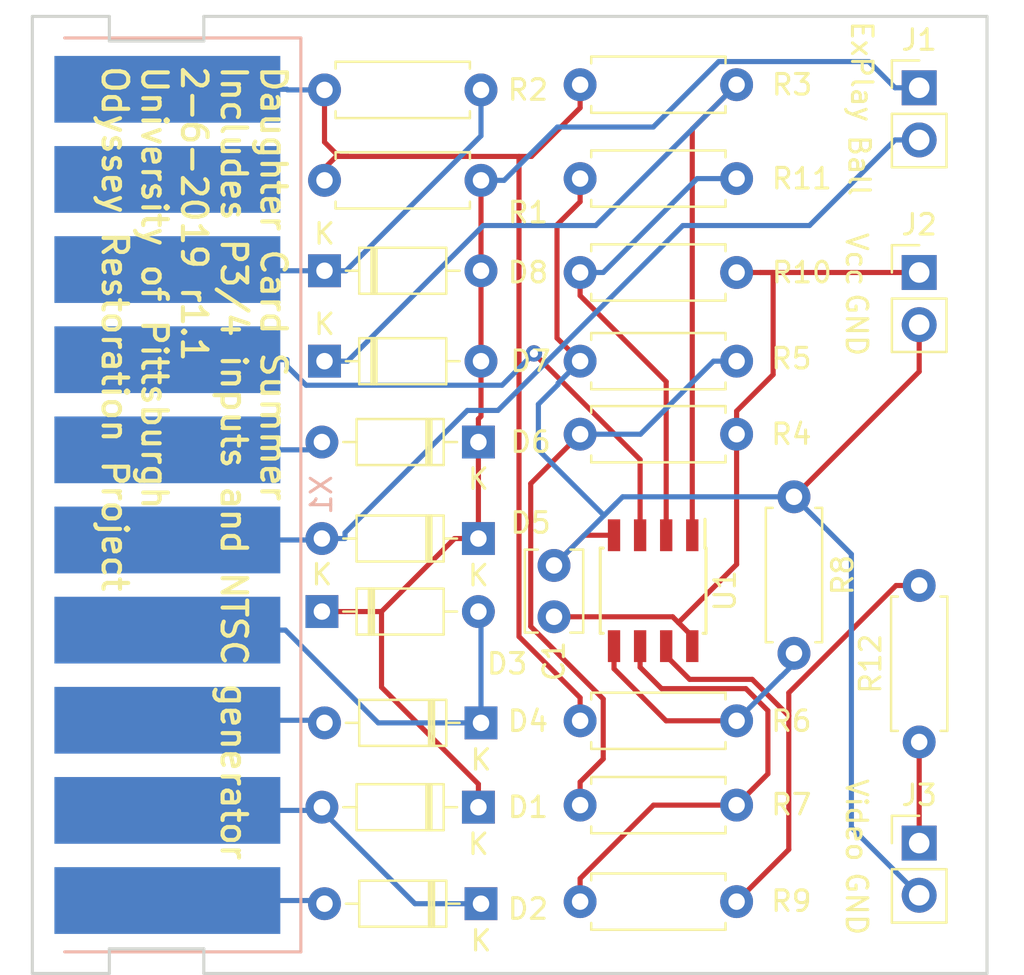
<source format=kicad_pcb>
(kicad_pcb (version 20171130) (host pcbnew "(5.0.1)-3")

  (general
    (thickness 1.6)
    (drawings 19)
    (tracks 173)
    (zones 0)
    (modules 26)
    (nets 20)
  )

  (page A4)
  (title_block
    (title "Odyssey Daughter Card Summer")
    (date 2019-02-06)
    (rev 1.1)
    (company "University of Pittsburgh - Odyssey Restoration Project")
    (comment 1 "Levi Burner")
  )

  (layers
    (0 F.Cu signal)
    (31 B.Cu signal)
    (32 B.Adhes user)
    (33 F.Adhes user)
    (34 B.Paste user)
    (35 F.Paste user)
    (36 B.SilkS user)
    (37 F.SilkS user)
    (38 B.Mask user)
    (39 F.Mask user)
    (40 Dwgs.User user)
    (41 Cmts.User user)
    (42 Eco1.User user)
    (43 Eco2.User user)
    (44 Edge.Cuts user)
    (45 Margin user)
    (46 B.CrtYd user)
    (47 F.CrtYd user)
    (48 B.Fab user)
    (49 F.Fab user)
  )

  (setup
    (last_trace_width 0.25)
    (user_trace_width 2.5)
    (trace_clearance 0.2)
    (zone_clearance 0.508)
    (zone_45_only no)
    (trace_min 0.2)
    (segment_width 0.2)
    (edge_width 0.15)
    (via_size 0.8)
    (via_drill 0.4)
    (via_min_size 0.4)
    (via_min_drill 0.3)
    (uvia_size 0.3)
    (uvia_drill 0.1)
    (uvias_allowed no)
    (uvia_min_size 0.2)
    (uvia_min_drill 0.1)
    (pcb_text_width 0.3)
    (pcb_text_size 1.5 1.5)
    (mod_edge_width 0.15)
    (mod_text_size 1 1)
    (mod_text_width 0.15)
    (pad_size 4.0005 4.0005)
    (pad_drill 1.50114)
    (pad_to_mask_clearance 0.2)
    (solder_mask_min_width 0.25)
    (aux_axis_origin 0 0)
    (visible_elements 7FFFFFFF)
    (pcbplotparams
      (layerselection 0x010f0_ffffffff)
      (usegerberextensions false)
      (usegerberattributes false)
      (usegerberadvancedattributes false)
      (creategerberjobfile false)
      (excludeedgelayer true)
      (linewidth 0.100000)
      (plotframeref false)
      (viasonmask false)
      (mode 1)
      (useauxorigin false)
      (hpglpennumber 1)
      (hpglpenspeed 20)
      (hpglpendiameter 15.000000)
      (psnegative false)
      (psa4output false)
      (plotreference true)
      (plotvalue true)
      (plotinvisibletext false)
      (padsonsilk false)
      (subtractmaskfromsilk false)
      (outputformat 1)
      (mirror false)
      (drillshape 0)
      (scaleselection 1)
      (outputdirectory "gerbers/"))
  )

  (net 0 "")
  (net 1 "Net-(D1-Pad1)")
  (net 2 /Card1)
  (net 3 /Card2)
  (net 4 /Card3)
  (net 5 /Card4)
  (net 6 /Card7)
  (net 7 /Card8)
  (net 8 /Card10)
  (net 9 /Card5)
  (net 10 /Card6)
  (net 11 VCC)
  (net 12 GND)
  (net 13 "Net-(D7-Pad1)")
  (net 14 "Net-(J3-Pad1)")
  (net 15 "Net-(R4-Pad1)")
  (net 16 "Net-(R6-Pad1)")
  (net 17 "Net-(R7-Pad1)")
  (net 18 "Net-(R12-Pad2)")
  (net 19 "Net-(R10-Pad2)")

  (net_class Default "This is the default net class."
    (clearance 0.2)
    (trace_width 0.25)
    (via_dia 0.8)
    (via_drill 0.4)
    (uvia_dia 0.3)
    (uvia_drill 0.1)
    (add_net /Card1)
    (add_net /Card10)
    (add_net /Card2)
    (add_net /Card3)
    (add_net /Card4)
    (add_net /Card5)
    (add_net /Card6)
    (add_net /Card7)
    (add_net /Card8)
    (add_net GND)
    (add_net "Net-(D1-Pad1)")
    (add_net "Net-(D7-Pad1)")
    (add_net "Net-(J3-Pad1)")
    (add_net "Net-(R10-Pad2)")
    (add_net "Net-(R12-Pad2)")
    (add_net "Net-(R4-Pad1)")
    (add_net "Net-(R6-Pad1)")
    (add_net "Net-(R7-Pad1)")
    (add_net VCC)
  )

  (module Odyssey_Daughter_Card:Odyssey_Daughter_Card (layer F.Cu) (tedit 5B0D8ECD) (tstamp 5B2441A7)
    (at 129 101)
    (path /5B0D981F)
    (fp_text reference X1 (at 7.5 0 90) (layer B.SilkS)
      (effects (font (size 1 1) (thickness 0.15)) (justify mirror))
    )
    (fp_text value OdysseyDaughterCard (at 0 -23.25) (layer F.Fab)
      (effects (font (size 1 1) (thickness 0.15)))
    )
    (fp_line (start -5 -22.25) (end 6.5 -22.25) (layer B.SilkS) (width 0.15))
    (fp_line (start 6.5 -22.25) (end 6.5 22.25) (layer B.SilkS) (width 0.15))
    (fp_line (start 6.5 22.25) (end -5 22.25) (layer B.SilkS) (width 0.15))
    (pad 10 smd rect (at 0 -19.75) (size 11 3.25) (layers B.Cu B.Mask)
      (net 8 /Card10))
    (pad 9 smd rect (at 0 -15.361112) (size 11 3.25) (layers B.Cu B.Mask))
    (pad 8 smd rect (at 0 -10.972224) (size 11 3.25) (layers B.Cu B.Mask)
      (net 7 /Card8))
    (pad 7 smd rect (at 0 -6.583336) (size 11 3.25) (layers B.Cu B.Mask)
      (net 6 /Card7))
    (pad 6 smd rect (at 0 -2.194448) (size 11 3.25) (layers B.Cu B.Mask)
      (net 10 /Card6))
    (pad 5 smd rect (at 0 2.19444) (size 11 3.25) (layers B.Cu B.Mask)
      (net 9 /Card5))
    (pad 4 smd rect (at 0 6.583328) (size 11 3.25) (layers B.Cu B.Mask)
      (net 5 /Card4))
    (pad 3 smd rect (at 0 10.972216) (size 11 3.25) (layers B.Cu B.Mask)
      (net 4 /Card3))
    (pad 2 smd rect (at 0 15.361104) (size 11 3.25) (layers B.Cu B.Mask)
      (net 3 /Card2))
    (pad 1 smd rect (at 0 19.749992) (size 11 3.25) (layers B.Cu B.Mask)
      (net 2 /Card1))
  )

  (module Diode_THT:D_DO-35_SOD27_P7.62mm_Horizontal (layer F.Cu) (tedit 5A195B5A) (tstamp 5B8F0AC2)
    (at 144.145 116.205 180)
    (descr "D, DO-35_SOD27 series, Axial, Horizontal, pin pitch=7.62mm, , length*diameter=4*2mm^2, , http://www.diodes.com/_files/packages/DO-35.pdf")
    (tags "D DO-35_SOD27 series Axial Horizontal pin pitch 7.62mm  length 4mm diameter 2mm")
    (path /5B78583C)
    (fp_text reference D1 (at -2.413 0 180) (layer F.SilkS)
      (effects (font (size 1 1) (thickness 0.15)))
    )
    (fp_text value 1N4448 (at 3.81 2.12 180) (layer F.Fab)
      (effects (font (size 1 1) (thickness 0.15)))
    )
    (fp_text user K (at 0 -1.8 180) (layer F.SilkS)
      (effects (font (size 1 1) (thickness 0.15)))
    )
    (fp_text user K (at 0 -1.8 180) (layer F.Fab)
      (effects (font (size 1 1) (thickness 0.15)))
    )
    (fp_text user %R (at 4.11 0 180) (layer F.Fab)
      (effects (font (size 0.8 0.8) (thickness 0.12)))
    )
    (fp_line (start 8.7 -1.4) (end -1.05 -1.4) (layer F.CrtYd) (width 0.05))
    (fp_line (start 8.7 1.4) (end 8.7 -1.4) (layer F.CrtYd) (width 0.05))
    (fp_line (start -1.05 1.4) (end 8.7 1.4) (layer F.CrtYd) (width 0.05))
    (fp_line (start -1.05 -1.4) (end -1.05 1.4) (layer F.CrtYd) (width 0.05))
    (fp_line (start 2.29 -1.12) (end 2.29 1.12) (layer F.SilkS) (width 0.12))
    (fp_line (start 2.53 -1.12) (end 2.53 1.12) (layer F.SilkS) (width 0.12))
    (fp_line (start 2.41 -1.12) (end 2.41 1.12) (layer F.SilkS) (width 0.12))
    (fp_line (start 6.58 0) (end 5.93 0) (layer F.SilkS) (width 0.12))
    (fp_line (start 1.04 0) (end 1.69 0) (layer F.SilkS) (width 0.12))
    (fp_line (start 5.93 -1.12) (end 1.69 -1.12) (layer F.SilkS) (width 0.12))
    (fp_line (start 5.93 1.12) (end 5.93 -1.12) (layer F.SilkS) (width 0.12))
    (fp_line (start 1.69 1.12) (end 5.93 1.12) (layer F.SilkS) (width 0.12))
    (fp_line (start 1.69 -1.12) (end 1.69 1.12) (layer F.SilkS) (width 0.12))
    (fp_line (start 2.31 -1) (end 2.31 1) (layer F.Fab) (width 0.1))
    (fp_line (start 2.51 -1) (end 2.51 1) (layer F.Fab) (width 0.1))
    (fp_line (start 2.41 -1) (end 2.41 1) (layer F.Fab) (width 0.1))
    (fp_line (start 7.62 0) (end 5.81 0) (layer F.Fab) (width 0.1))
    (fp_line (start 0 0) (end 1.81 0) (layer F.Fab) (width 0.1))
    (fp_line (start 5.81 -1) (end 1.81 -1) (layer F.Fab) (width 0.1))
    (fp_line (start 5.81 1) (end 5.81 -1) (layer F.Fab) (width 0.1))
    (fp_line (start 1.81 1) (end 5.81 1) (layer F.Fab) (width 0.1))
    (fp_line (start 1.81 -1) (end 1.81 1) (layer F.Fab) (width 0.1))
    (pad 2 thru_hole oval (at 7.62 0 180) (size 1.6 1.6) (drill 0.8) (layers *.Cu *.Mask)
      (net 3 /Card2))
    (pad 1 thru_hole rect (at 0 0 180) (size 1.6 1.6) (drill 0.8) (layers *.Cu *.Mask)
      (net 1 "Net-(D1-Pad1)"))
    (model ${KISYS3DMOD}/Diode_THT.3dshapes/D_DO-35_SOD27_P7.62mm_Horizontal.wrl
      (at (xyz 0 0 0))
      (scale (xyz 1 1 1))
      (rotate (xyz 0 0 0))
    )
  )

  (module Diode_THT:D_DO-35_SOD27_P7.62mm_Horizontal (layer F.Cu) (tedit 5A195B5A) (tstamp 5B8F0AE1)
    (at 144.272 120.904 180)
    (descr "D, DO-35_SOD27 series, Axial, Horizontal, pin pitch=7.62mm, , length*diameter=4*2mm^2, , http://www.diodes.com/_files/packages/DO-35.pdf")
    (tags "D DO-35_SOD27 series Axial Horizontal pin pitch 7.62mm  length 4mm diameter 2mm")
    (path /5B785987)
    (fp_text reference D2 (at -2.286 -0.254006 180) (layer F.SilkS)
      (effects (font (size 1 1) (thickness 0.15)))
    )
    (fp_text value BAT83S (at 3.81 2.12 180) (layer F.Fab)
      (effects (font (size 1 1) (thickness 0.15)))
    )
    (fp_text user K (at 0 -1.8 180) (layer F.SilkS)
      (effects (font (size 1 1) (thickness 0.15)))
    )
    (fp_text user K (at 0 -1.8 180) (layer F.Fab)
      (effects (font (size 1 1) (thickness 0.15)))
    )
    (fp_text user %R (at 4.11 0 180) (layer F.Fab)
      (effects (font (size 0.8 0.8) (thickness 0.12)))
    )
    (fp_line (start 8.7 -1.4) (end -1.05 -1.4) (layer F.CrtYd) (width 0.05))
    (fp_line (start 8.7 1.4) (end 8.7 -1.4) (layer F.CrtYd) (width 0.05))
    (fp_line (start -1.05 1.4) (end 8.7 1.4) (layer F.CrtYd) (width 0.05))
    (fp_line (start -1.05 -1.4) (end -1.05 1.4) (layer F.CrtYd) (width 0.05))
    (fp_line (start 2.29 -1.12) (end 2.29 1.12) (layer F.SilkS) (width 0.12))
    (fp_line (start 2.53 -1.12) (end 2.53 1.12) (layer F.SilkS) (width 0.12))
    (fp_line (start 2.41 -1.12) (end 2.41 1.12) (layer F.SilkS) (width 0.12))
    (fp_line (start 6.58 0) (end 5.93 0) (layer F.SilkS) (width 0.12))
    (fp_line (start 1.04 0) (end 1.69 0) (layer F.SilkS) (width 0.12))
    (fp_line (start 5.93 -1.12) (end 1.69 -1.12) (layer F.SilkS) (width 0.12))
    (fp_line (start 5.93 1.12) (end 5.93 -1.12) (layer F.SilkS) (width 0.12))
    (fp_line (start 1.69 1.12) (end 5.93 1.12) (layer F.SilkS) (width 0.12))
    (fp_line (start 1.69 -1.12) (end 1.69 1.12) (layer F.SilkS) (width 0.12))
    (fp_line (start 2.31 -1) (end 2.31 1) (layer F.Fab) (width 0.1))
    (fp_line (start 2.51 -1) (end 2.51 1) (layer F.Fab) (width 0.1))
    (fp_line (start 2.41 -1) (end 2.41 1) (layer F.Fab) (width 0.1))
    (fp_line (start 7.62 0) (end 5.81 0) (layer F.Fab) (width 0.1))
    (fp_line (start 0 0) (end 1.81 0) (layer F.Fab) (width 0.1))
    (fp_line (start 5.81 -1) (end 1.81 -1) (layer F.Fab) (width 0.1))
    (fp_line (start 5.81 1) (end 5.81 -1) (layer F.Fab) (width 0.1))
    (fp_line (start 1.81 1) (end 5.81 1) (layer F.Fab) (width 0.1))
    (fp_line (start 1.81 -1) (end 1.81 1) (layer F.Fab) (width 0.1))
    (pad 2 thru_hole oval (at 7.62 0 180) (size 1.6 1.6) (drill 0.8) (layers *.Cu *.Mask)
      (net 2 /Card1))
    (pad 1 thru_hole rect (at 0 0 180) (size 1.6 1.6) (drill 0.8) (layers *.Cu *.Mask)
      (net 3 /Card2))
    (model ${KISYS3DMOD}/Diode_THT.3dshapes/D_DO-35_SOD27_P7.62mm_Horizontal.wrl
      (at (xyz 0 0 0))
      (scale (xyz 1 1 1))
      (rotate (xyz 0 0 0))
    )
  )

  (module Diode_THT:D_DO-35_SOD27_P7.62mm_Horizontal (layer F.Cu) (tedit 5A195B5A) (tstamp 5B8F0B00)
    (at 136.525 106.68)
    (descr "D, DO-35_SOD27 series, Axial, Horizontal, pin pitch=7.62mm, , length*diameter=4*2mm^2, , http://www.diodes.com/_files/packages/DO-35.pdf")
    (tags "D DO-35_SOD27 series Axial Horizontal pin pitch 7.62mm  length 4mm diameter 2mm")
    (path /5B785D65)
    (fp_text reference D3 (at 9.017 2.54) (layer F.SilkS)
      (effects (font (size 1 1) (thickness 0.15)))
    )
    (fp_text value 1N4448 (at 3.81 2.12) (layer F.Fab)
      (effects (font (size 1 1) (thickness 0.15)))
    )
    (fp_text user K (at 0 -1.8) (layer F.SilkS)
      (effects (font (size 1 1) (thickness 0.15)))
    )
    (fp_text user K (at 0 -1.8) (layer F.Fab)
      (effects (font (size 1 1) (thickness 0.15)))
    )
    (fp_text user %R (at 4.11 0) (layer F.Fab)
      (effects (font (size 0.8 0.8) (thickness 0.12)))
    )
    (fp_line (start 8.7 -1.4) (end -1.05 -1.4) (layer F.CrtYd) (width 0.05))
    (fp_line (start 8.7 1.4) (end 8.7 -1.4) (layer F.CrtYd) (width 0.05))
    (fp_line (start -1.05 1.4) (end 8.7 1.4) (layer F.CrtYd) (width 0.05))
    (fp_line (start -1.05 -1.4) (end -1.05 1.4) (layer F.CrtYd) (width 0.05))
    (fp_line (start 2.29 -1.12) (end 2.29 1.12) (layer F.SilkS) (width 0.12))
    (fp_line (start 2.53 -1.12) (end 2.53 1.12) (layer F.SilkS) (width 0.12))
    (fp_line (start 2.41 -1.12) (end 2.41 1.12) (layer F.SilkS) (width 0.12))
    (fp_line (start 6.58 0) (end 5.93 0) (layer F.SilkS) (width 0.12))
    (fp_line (start 1.04 0) (end 1.69 0) (layer F.SilkS) (width 0.12))
    (fp_line (start 5.93 -1.12) (end 1.69 -1.12) (layer F.SilkS) (width 0.12))
    (fp_line (start 5.93 1.12) (end 5.93 -1.12) (layer F.SilkS) (width 0.12))
    (fp_line (start 1.69 1.12) (end 5.93 1.12) (layer F.SilkS) (width 0.12))
    (fp_line (start 1.69 -1.12) (end 1.69 1.12) (layer F.SilkS) (width 0.12))
    (fp_line (start 2.31 -1) (end 2.31 1) (layer F.Fab) (width 0.1))
    (fp_line (start 2.51 -1) (end 2.51 1) (layer F.Fab) (width 0.1))
    (fp_line (start 2.41 -1) (end 2.41 1) (layer F.Fab) (width 0.1))
    (fp_line (start 7.62 0) (end 5.81 0) (layer F.Fab) (width 0.1))
    (fp_line (start 0 0) (end 1.81 0) (layer F.Fab) (width 0.1))
    (fp_line (start 5.81 -1) (end 1.81 -1) (layer F.Fab) (width 0.1))
    (fp_line (start 5.81 1) (end 5.81 -1) (layer F.Fab) (width 0.1))
    (fp_line (start 1.81 1) (end 5.81 1) (layer F.Fab) (width 0.1))
    (fp_line (start 1.81 -1) (end 1.81 1) (layer F.Fab) (width 0.1))
    (pad 2 thru_hole oval (at 7.62 0) (size 1.6 1.6) (drill 0.8) (layers *.Cu *.Mask)
      (net 5 /Card4))
    (pad 1 thru_hole rect (at 0 0) (size 1.6 1.6) (drill 0.8) (layers *.Cu *.Mask)
      (net 1 "Net-(D1-Pad1)"))
    (model ${KISYS3DMOD}/Diode_THT.3dshapes/D_DO-35_SOD27_P7.62mm_Horizontal.wrl
      (at (xyz 0 0 0))
      (scale (xyz 1 1 1))
      (rotate (xyz 0 0 0))
    )
  )

  (module Diode_THT:D_DO-35_SOD27_P7.62mm_Horizontal (layer F.Cu) (tedit 5A195B5A) (tstamp 5B8F0B1F)
    (at 144.272 112.099 180)
    (descr "D, DO-35_SOD27 series, Axial, Horizontal, pin pitch=7.62mm, , length*diameter=4*2mm^2, , http://www.diodes.com/_files/packages/DO-35.pdf")
    (tags "D DO-35_SOD27 series Axial Horizontal pin pitch 7.62mm  length 4mm diameter 2mm")
    (path /5B785DA7)
    (fp_text reference D4 (at -2.286 0.084662 180) (layer F.SilkS)
      (effects (font (size 1 1) (thickness 0.15)))
    )
    (fp_text value BAT83S (at 3.81 2.12 180) (layer F.Fab)
      (effects (font (size 1 1) (thickness 0.15)))
    )
    (fp_text user K (at 0 -1.8 180) (layer F.SilkS)
      (effects (font (size 1 1) (thickness 0.15)))
    )
    (fp_text user K (at 0 -1.8 180) (layer F.Fab)
      (effects (font (size 1 1) (thickness 0.15)))
    )
    (fp_text user %R (at 4.11 0 180) (layer F.Fab)
      (effects (font (size 0.8 0.8) (thickness 0.12)))
    )
    (fp_line (start 8.7 -1.4) (end -1.05 -1.4) (layer F.CrtYd) (width 0.05))
    (fp_line (start 8.7 1.4) (end 8.7 -1.4) (layer F.CrtYd) (width 0.05))
    (fp_line (start -1.05 1.4) (end 8.7 1.4) (layer F.CrtYd) (width 0.05))
    (fp_line (start -1.05 -1.4) (end -1.05 1.4) (layer F.CrtYd) (width 0.05))
    (fp_line (start 2.29 -1.12) (end 2.29 1.12) (layer F.SilkS) (width 0.12))
    (fp_line (start 2.53 -1.12) (end 2.53 1.12) (layer F.SilkS) (width 0.12))
    (fp_line (start 2.41 -1.12) (end 2.41 1.12) (layer F.SilkS) (width 0.12))
    (fp_line (start 6.58 0) (end 5.93 0) (layer F.SilkS) (width 0.12))
    (fp_line (start 1.04 0) (end 1.69 0) (layer F.SilkS) (width 0.12))
    (fp_line (start 5.93 -1.12) (end 1.69 -1.12) (layer F.SilkS) (width 0.12))
    (fp_line (start 5.93 1.12) (end 5.93 -1.12) (layer F.SilkS) (width 0.12))
    (fp_line (start 1.69 1.12) (end 5.93 1.12) (layer F.SilkS) (width 0.12))
    (fp_line (start 1.69 -1.12) (end 1.69 1.12) (layer F.SilkS) (width 0.12))
    (fp_line (start 2.31 -1) (end 2.31 1) (layer F.Fab) (width 0.1))
    (fp_line (start 2.51 -1) (end 2.51 1) (layer F.Fab) (width 0.1))
    (fp_line (start 2.41 -1) (end 2.41 1) (layer F.Fab) (width 0.1))
    (fp_line (start 7.62 0) (end 5.81 0) (layer F.Fab) (width 0.1))
    (fp_line (start 0 0) (end 1.81 0) (layer F.Fab) (width 0.1))
    (fp_line (start 5.81 -1) (end 1.81 -1) (layer F.Fab) (width 0.1))
    (fp_line (start 5.81 1) (end 5.81 -1) (layer F.Fab) (width 0.1))
    (fp_line (start 1.81 1) (end 5.81 1) (layer F.Fab) (width 0.1))
    (fp_line (start 1.81 -1) (end 1.81 1) (layer F.Fab) (width 0.1))
    (pad 2 thru_hole oval (at 7.62 0 180) (size 1.6 1.6) (drill 0.8) (layers *.Cu *.Mask)
      (net 4 /Card3))
    (pad 1 thru_hole rect (at 0 0 180) (size 1.6 1.6) (drill 0.8) (layers *.Cu *.Mask)
      (net 5 /Card4))
    (model ${KISYS3DMOD}/Diode_THT.3dshapes/D_DO-35_SOD27_P7.62mm_Horizontal.wrl
      (at (xyz 0 0 0))
      (scale (xyz 1 1 1))
      (rotate (xyz 0 0 0))
    )
  )

  (module Diode_THT:D_DO-35_SOD27_P7.62mm_Horizontal (layer F.Cu) (tedit 5A195B5A) (tstamp 5B8F0B3E)
    (at 144.145 103.124 180)
    (descr "D, DO-35_SOD27 series, Axial, Horizontal, pin pitch=7.62mm, , length*diameter=4*2mm^2, , http://www.diodes.com/_files/packages/DO-35.pdf")
    (tags "D DO-35_SOD27 series Axial Horizontal pin pitch 7.62mm  length 4mm diameter 2mm")
    (path /5B785DE5)
    (fp_text reference D5 (at -2.54 0.762 180) (layer F.SilkS)
      (effects (font (size 1 1) (thickness 0.15)))
    )
    (fp_text value 1N4448 (at 3.81 2.12 180) (layer F.Fab)
      (effects (font (size 1 1) (thickness 0.15)))
    )
    (fp_text user K (at 0 -1.8 180) (layer F.SilkS)
      (effects (font (size 1 1) (thickness 0.15)))
    )
    (fp_text user K (at 0 -1.8 180) (layer F.Fab)
      (effects (font (size 1 1) (thickness 0.15)))
    )
    (fp_text user %R (at 4.11 0 180) (layer F.Fab)
      (effects (font (size 0.8 0.8) (thickness 0.12)))
    )
    (fp_line (start 8.7 -1.4) (end -1.05 -1.4) (layer F.CrtYd) (width 0.05))
    (fp_line (start 8.7 1.4) (end 8.7 -1.4) (layer F.CrtYd) (width 0.05))
    (fp_line (start -1.05 1.4) (end 8.7 1.4) (layer F.CrtYd) (width 0.05))
    (fp_line (start -1.05 -1.4) (end -1.05 1.4) (layer F.CrtYd) (width 0.05))
    (fp_line (start 2.29 -1.12) (end 2.29 1.12) (layer F.SilkS) (width 0.12))
    (fp_line (start 2.53 -1.12) (end 2.53 1.12) (layer F.SilkS) (width 0.12))
    (fp_line (start 2.41 -1.12) (end 2.41 1.12) (layer F.SilkS) (width 0.12))
    (fp_line (start 6.58 0) (end 5.93 0) (layer F.SilkS) (width 0.12))
    (fp_line (start 1.04 0) (end 1.69 0) (layer F.SilkS) (width 0.12))
    (fp_line (start 5.93 -1.12) (end 1.69 -1.12) (layer F.SilkS) (width 0.12))
    (fp_line (start 5.93 1.12) (end 5.93 -1.12) (layer F.SilkS) (width 0.12))
    (fp_line (start 1.69 1.12) (end 5.93 1.12) (layer F.SilkS) (width 0.12))
    (fp_line (start 1.69 -1.12) (end 1.69 1.12) (layer F.SilkS) (width 0.12))
    (fp_line (start 2.31 -1) (end 2.31 1) (layer F.Fab) (width 0.1))
    (fp_line (start 2.51 -1) (end 2.51 1) (layer F.Fab) (width 0.1))
    (fp_line (start 2.41 -1) (end 2.41 1) (layer F.Fab) (width 0.1))
    (fp_line (start 7.62 0) (end 5.81 0) (layer F.Fab) (width 0.1))
    (fp_line (start 0 0) (end 1.81 0) (layer F.Fab) (width 0.1))
    (fp_line (start 5.81 -1) (end 1.81 -1) (layer F.Fab) (width 0.1))
    (fp_line (start 5.81 1) (end 5.81 -1) (layer F.Fab) (width 0.1))
    (fp_line (start 1.81 1) (end 5.81 1) (layer F.Fab) (width 0.1))
    (fp_line (start 1.81 -1) (end 1.81 1) (layer F.Fab) (width 0.1))
    (pad 2 thru_hole oval (at 7.62 0 180) (size 1.6 1.6) (drill 0.8) (layers *.Cu *.Mask)
      (net 9 /Card5))
    (pad 1 thru_hole rect (at 0 0 180) (size 1.6 1.6) (drill 0.8) (layers *.Cu *.Mask)
      (net 1 "Net-(D1-Pad1)"))
    (model ${KISYS3DMOD}/Diode_THT.3dshapes/D_DO-35_SOD27_P7.62mm_Horizontal.wrl
      (at (xyz 0 0 0))
      (scale (xyz 1 1 1))
      (rotate (xyz 0 0 0))
    )
  )

  (module Diode_THT:D_DO-35_SOD27_P7.62mm_Horizontal (layer F.Cu) (tedit 5C5A7E01) (tstamp 5B8F0B5D)
    (at 144.145 98.425 180)
    (descr "D, DO-35_SOD27 series, Axial, Horizontal, pin pitch=7.62mm, , length*diameter=4*2mm^2, , http://www.diodes.com/_files/packages/DO-35.pdf")
    (tags "D DO-35_SOD27 series Axial Horizontal pin pitch 7.62mm  length 4mm diameter 2mm")
    (path /5B785E2B)
    (fp_text reference D6 (at -2.54 0 180) (layer F.SilkS)
      (effects (font (size 1 1) (thickness 0.15)))
    )
    (fp_text value 1N4448 (at 3.81 2.12 180) (layer F.Fab)
      (effects (font (size 1 1) (thickness 0.15)))
    )
    (fp_line (start 1.81 -1) (end 1.81 1) (layer F.Fab) (width 0.1))
    (fp_line (start 1.81 1) (end 5.81 1) (layer F.Fab) (width 0.1))
    (fp_line (start 5.81 1) (end 5.81 -1) (layer F.Fab) (width 0.1))
    (fp_line (start 5.81 -1) (end 1.81 -1) (layer F.Fab) (width 0.1))
    (fp_line (start 0 0) (end 1.81 0) (layer F.Fab) (width 0.1))
    (fp_line (start 7.62 0) (end 5.81 0) (layer F.Fab) (width 0.1))
    (fp_line (start 2.41 -1) (end 2.41 1) (layer F.Fab) (width 0.1))
    (fp_line (start 2.51 -1) (end 2.51 1) (layer F.Fab) (width 0.1))
    (fp_line (start 2.31 -1) (end 2.31 1) (layer F.Fab) (width 0.1))
    (fp_line (start 1.69 -1.12) (end 1.69 1.12) (layer F.SilkS) (width 0.12))
    (fp_line (start 1.69 1.12) (end 5.93 1.12) (layer F.SilkS) (width 0.12))
    (fp_line (start 5.93 1.12) (end 5.93 -1.12) (layer F.SilkS) (width 0.12))
    (fp_line (start 5.93 -1.12) (end 1.69 -1.12) (layer F.SilkS) (width 0.12))
    (fp_line (start 1.04 0) (end 1.69 0) (layer F.SilkS) (width 0.12))
    (fp_line (start 6.58 0) (end 5.93 0) (layer F.SilkS) (width 0.12))
    (fp_line (start 2.41 -1.12) (end 2.41 1.12) (layer F.SilkS) (width 0.12))
    (fp_line (start 2.53 -1.12) (end 2.53 1.12) (layer F.SilkS) (width 0.12))
    (fp_line (start 2.29 -1.12) (end 2.29 1.12) (layer F.SilkS) (width 0.12))
    (fp_line (start -1.05 -1.4) (end -1.05 1.4) (layer F.CrtYd) (width 0.05))
    (fp_line (start -1.05 1.4) (end 8.7 1.4) (layer F.CrtYd) (width 0.05))
    (fp_line (start 8.7 1.4) (end 8.7 -1.4) (layer F.CrtYd) (width 0.05))
    (fp_line (start 8.7 -1.4) (end -1.05 -1.4) (layer F.CrtYd) (width 0.05))
    (fp_text user %R (at 4.11 0 180) (layer F.Fab)
      (effects (font (size 0.8 0.8) (thickness 0.12)))
    )
    (fp_text user K (at 0 -1.8 180) (layer F.Fab)
      (effects (font (size 1 1) (thickness 0.15)))
    )
    (fp_text user K (at 0 -1.8 180) (layer F.SilkS)
      (effects (font (size 1 1) (thickness 0.15)))
    )
    (pad 1 thru_hole rect (at 0 0 180) (size 1.6 1.6) (drill 0.8) (layers *.Cu *.Mask)
      (net 1 "Net-(D1-Pad1)"))
    (pad 2 thru_hole oval (at 7.62 0 180) (size 1.6 1.6) (drill 0.8) (layers *.Cu *.Mask)
      (net 10 /Card6))
    (model ${KISYS3DMOD}/Diode_THT.3dshapes/D_DO-35_SOD27_P7.62mm_Horizontal.wrl
      (at (xyz 0 0 0))
      (scale (xyz 1 1 1))
      (rotate (xyz 0 0 0))
    )
  )

  (module Diode_THT:D_DO-35_SOD27_P7.62mm_Horizontal (layer F.Cu) (tedit 5A195B5A) (tstamp 5B8F0B7C)
    (at 136.652 94.488)
    (descr "D, DO-35_SOD27 series, Axial, Horizontal, pin pitch=7.62mm, , length*diameter=4*2mm^2, , http://www.diodes.com/_files/packages/DO-35.pdf")
    (tags "D DO-35_SOD27 series Axial Horizontal pin pitch 7.62mm  length 4mm diameter 2mm")
    (path /5B785F20)
    (fp_text reference D7 (at 10.033 0.000002) (layer F.SilkS)
      (effects (font (size 1 1) (thickness 0.15)))
    )
    (fp_text value 1N4448 (at 3.81 2.12) (layer F.Fab)
      (effects (font (size 1 1) (thickness 0.15)))
    )
    (fp_text user K (at 0 -1.8) (layer F.SilkS)
      (effects (font (size 1 1) (thickness 0.15)))
    )
    (fp_text user K (at 0 -1.8) (layer F.Fab)
      (effects (font (size 1 1) (thickness 0.15)))
    )
    (fp_text user %R (at 4.11 0) (layer F.Fab)
      (effects (font (size 0.8 0.8) (thickness 0.12)))
    )
    (fp_line (start 8.7 -1.4) (end -1.05 -1.4) (layer F.CrtYd) (width 0.05))
    (fp_line (start 8.7 1.4) (end 8.7 -1.4) (layer F.CrtYd) (width 0.05))
    (fp_line (start -1.05 1.4) (end 8.7 1.4) (layer F.CrtYd) (width 0.05))
    (fp_line (start -1.05 -1.4) (end -1.05 1.4) (layer F.CrtYd) (width 0.05))
    (fp_line (start 2.29 -1.12) (end 2.29 1.12) (layer F.SilkS) (width 0.12))
    (fp_line (start 2.53 -1.12) (end 2.53 1.12) (layer F.SilkS) (width 0.12))
    (fp_line (start 2.41 -1.12) (end 2.41 1.12) (layer F.SilkS) (width 0.12))
    (fp_line (start 6.58 0) (end 5.93 0) (layer F.SilkS) (width 0.12))
    (fp_line (start 1.04 0) (end 1.69 0) (layer F.SilkS) (width 0.12))
    (fp_line (start 5.93 -1.12) (end 1.69 -1.12) (layer F.SilkS) (width 0.12))
    (fp_line (start 5.93 1.12) (end 5.93 -1.12) (layer F.SilkS) (width 0.12))
    (fp_line (start 1.69 1.12) (end 5.93 1.12) (layer F.SilkS) (width 0.12))
    (fp_line (start 1.69 -1.12) (end 1.69 1.12) (layer F.SilkS) (width 0.12))
    (fp_line (start 2.31 -1) (end 2.31 1) (layer F.Fab) (width 0.1))
    (fp_line (start 2.51 -1) (end 2.51 1) (layer F.Fab) (width 0.1))
    (fp_line (start 2.41 -1) (end 2.41 1) (layer F.Fab) (width 0.1))
    (fp_line (start 7.62 0) (end 5.81 0) (layer F.Fab) (width 0.1))
    (fp_line (start 0 0) (end 1.81 0) (layer F.Fab) (width 0.1))
    (fp_line (start 5.81 -1) (end 1.81 -1) (layer F.Fab) (width 0.1))
    (fp_line (start 5.81 1) (end 5.81 -1) (layer F.Fab) (width 0.1))
    (fp_line (start 1.81 1) (end 5.81 1) (layer F.Fab) (width 0.1))
    (fp_line (start 1.81 -1) (end 1.81 1) (layer F.Fab) (width 0.1))
    (pad 2 thru_hole oval (at 7.62 0) (size 1.6 1.6) (drill 0.8) (layers *.Cu *.Mask)
      (net 1 "Net-(D1-Pad1)"))
    (pad 1 thru_hole rect (at 0 0) (size 1.6 1.6) (drill 0.8) (layers *.Cu *.Mask)
      (net 13 "Net-(D7-Pad1)"))
    (model ${KISYS3DMOD}/Diode_THT.3dshapes/D_DO-35_SOD27_P7.62mm_Horizontal.wrl
      (at (xyz 0 0 0))
      (scale (xyz 1 1 1))
      (rotate (xyz 0 0 0))
    )
  )

  (module Diode_THT:D_DO-35_SOD27_P7.62mm_Horizontal (layer F.Cu) (tedit 5A195B5A) (tstamp 5B8F0B9B)
    (at 136.652 90.0853)
    (descr "D, DO-35_SOD27 series, Axial, Horizontal, pin pitch=7.62mm, , length*diameter=4*2mm^2, , http://www.diodes.com/_files/packages/DO-35.pdf")
    (tags "D DO-35_SOD27 series Axial Horizontal pin pitch 7.62mm  length 4mm diameter 2mm")
    (path /5B785EDE)
    (fp_text reference D8 (at 9.906 0.084668) (layer F.SilkS)
      (effects (font (size 1 1) (thickness 0.15)))
    )
    (fp_text value 1N4448 (at 3.81 2.12) (layer F.Fab)
      (effects (font (size 1 1) (thickness 0.15)))
    )
    (fp_line (start 1.81 -1) (end 1.81 1) (layer F.Fab) (width 0.1))
    (fp_line (start 1.81 1) (end 5.81 1) (layer F.Fab) (width 0.1))
    (fp_line (start 5.81 1) (end 5.81 -1) (layer F.Fab) (width 0.1))
    (fp_line (start 5.81 -1) (end 1.81 -1) (layer F.Fab) (width 0.1))
    (fp_line (start 0 0) (end 1.81 0) (layer F.Fab) (width 0.1))
    (fp_line (start 7.62 0) (end 5.81 0) (layer F.Fab) (width 0.1))
    (fp_line (start 2.41 -1) (end 2.41 1) (layer F.Fab) (width 0.1))
    (fp_line (start 2.51 -1) (end 2.51 1) (layer F.Fab) (width 0.1))
    (fp_line (start 2.31 -1) (end 2.31 1) (layer F.Fab) (width 0.1))
    (fp_line (start 1.69 -1.12) (end 1.69 1.12) (layer F.SilkS) (width 0.12))
    (fp_line (start 1.69 1.12) (end 5.93 1.12) (layer F.SilkS) (width 0.12))
    (fp_line (start 5.93 1.12) (end 5.93 -1.12) (layer F.SilkS) (width 0.12))
    (fp_line (start 5.93 -1.12) (end 1.69 -1.12) (layer F.SilkS) (width 0.12))
    (fp_line (start 1.04 0) (end 1.69 0) (layer F.SilkS) (width 0.12))
    (fp_line (start 6.58 0) (end 5.93 0) (layer F.SilkS) (width 0.12))
    (fp_line (start 2.41 -1.12) (end 2.41 1.12) (layer F.SilkS) (width 0.12))
    (fp_line (start 2.53 -1.12) (end 2.53 1.12) (layer F.SilkS) (width 0.12))
    (fp_line (start 2.29 -1.12) (end 2.29 1.12) (layer F.SilkS) (width 0.12))
    (fp_line (start -1.05 -1.4) (end -1.05 1.4) (layer F.CrtYd) (width 0.05))
    (fp_line (start -1.05 1.4) (end 8.7 1.4) (layer F.CrtYd) (width 0.05))
    (fp_line (start 8.7 1.4) (end 8.7 -1.4) (layer F.CrtYd) (width 0.05))
    (fp_line (start 8.7 -1.4) (end -1.05 -1.4) (layer F.CrtYd) (width 0.05))
    (fp_text user %R (at 4.11 0) (layer F.Fab)
      (effects (font (size 0.8 0.8) (thickness 0.12)))
    )
    (fp_text user K (at 0 -1.8) (layer F.Fab)
      (effects (font (size 1 1) (thickness 0.15)))
    )
    (fp_text user K (at 0 -1.8) (layer F.SilkS)
      (effects (font (size 1 1) (thickness 0.15)))
    )
    (pad 1 thru_hole rect (at 0 0) (size 1.6 1.6) (drill 0.8) (layers *.Cu *.Mask)
      (net 7 /Card8))
    (pad 2 thru_hole oval (at 7.62 0) (size 1.6 1.6) (drill 0.8) (layers *.Cu *.Mask)
      (net 1 "Net-(D1-Pad1)"))
    (model ${KISYS3DMOD}/Diode_THT.3dshapes/D_DO-35_SOD27_P7.62mm_Horizontal.wrl
      (at (xyz 0 0 0))
      (scale (xyz 1 1 1))
      (rotate (xyz 0 0 0))
    )
  )

  (module Resistor_THT:R_Axial_DIN0207_L6.3mm_D2.5mm_P7.62mm_Horizontal (layer F.Cu) (tedit 5A24F4B6) (tstamp 5B8F0C56)
    (at 136.652 85.6827)
    (descr "Resistor, Axial_DIN0207 series, Axial, Horizontal, pin pitch=7.62mm, 0.25W = 1/4W, length*diameter=6.3*2.5mm^2, http://cdn-reichelt.de/documents/datenblatt/B400/1_4W%23YAG.pdf")
    (tags "Resistor Axial_DIN0207 series Axial Horizontal pin pitch 7.62mm 0.25W = 1/4W length 6.3mm diameter 2.5mm")
    (path /5B785F8D)
    (fp_text reference R1 (at 9.906 1.566334) (layer F.SilkS)
      (effects (font (size 1 1) (thickness 0.15)))
    )
    (fp_text value 820 (at 3.81 2.37) (layer F.Fab)
      (effects (font (size 1 1) (thickness 0.15)))
    )
    (fp_text user %R (at 3.81 0) (layer F.Fab)
      (effects (font (size 1 1) (thickness 0.15)))
    )
    (fp_line (start 8.7 -1.65) (end -1.05 -1.65) (layer F.CrtYd) (width 0.05))
    (fp_line (start 8.7 1.65) (end 8.7 -1.65) (layer F.CrtYd) (width 0.05))
    (fp_line (start -1.05 1.65) (end 8.7 1.65) (layer F.CrtYd) (width 0.05))
    (fp_line (start -1.05 -1.65) (end -1.05 1.65) (layer F.CrtYd) (width 0.05))
    (fp_line (start 7.08 1.37) (end 7.08 1.04) (layer F.SilkS) (width 0.12))
    (fp_line (start 0.54 1.37) (end 7.08 1.37) (layer F.SilkS) (width 0.12))
    (fp_line (start 0.54 1.04) (end 0.54 1.37) (layer F.SilkS) (width 0.12))
    (fp_line (start 7.08 -1.37) (end 7.08 -1.04) (layer F.SilkS) (width 0.12))
    (fp_line (start 0.54 -1.37) (end 7.08 -1.37) (layer F.SilkS) (width 0.12))
    (fp_line (start 0.54 -1.04) (end 0.54 -1.37) (layer F.SilkS) (width 0.12))
    (fp_line (start 7.62 0) (end 6.96 0) (layer F.Fab) (width 0.1))
    (fp_line (start 0 0) (end 0.66 0) (layer F.Fab) (width 0.1))
    (fp_line (start 6.96 -1.25) (end 0.66 -1.25) (layer F.Fab) (width 0.1))
    (fp_line (start 6.96 1.25) (end 6.96 -1.25) (layer F.Fab) (width 0.1))
    (fp_line (start 0.66 1.25) (end 6.96 1.25) (layer F.Fab) (width 0.1))
    (fp_line (start 0.66 -1.25) (end 0.66 1.25) (layer F.Fab) (width 0.1))
    (pad 2 thru_hole oval (at 7.62 0) (size 1.6 1.6) (drill 0.8) (layers *.Cu *.Mask)
      (net 1 "Net-(D1-Pad1)"))
    (pad 1 thru_hole circle (at 0 0) (size 1.6 1.6) (drill 0.8) (layers *.Cu *.Mask)
      (net 8 /Card10))
    (model ${KISYS3DMOD}/Resistor_THT.3dshapes/R_Axial_DIN0207_L6.3mm_D2.5mm_P7.62mm_Horizontal.wrl
      (at (xyz 0 0 0))
      (scale (xyz 1 1 1))
      (rotate (xyz 0 0 0))
    )
  )

  (module Resistor_THT:R_Axial_DIN0207_L6.3mm_D2.5mm_P7.62mm_Horizontal (layer F.Cu) (tedit 5A24F4B6) (tstamp 5B8F0C6D)
    (at 144.272 81.28 180)
    (descr "Resistor, Axial_DIN0207 series, Axial, Horizontal, pin pitch=7.62mm, 0.25W = 1/4W, length*diameter=6.3*2.5mm^2, http://cdn-reichelt.de/documents/datenblatt/B400/1_4W%23YAG.pdf")
    (tags "Resistor Axial_DIN0207 series Axial Horizontal pin pitch 7.62mm 0.25W = 1/4W length 6.3mm diameter 2.5mm")
    (path /5B785ACB)
    (fp_text reference R2 (at -2.286 0 180) (layer F.SilkS)
      (effects (font (size 1 1) (thickness 0.15)))
    )
    (fp_text value 27k (at 3.81 2.37 180) (layer F.Fab)
      (effects (font (size 1 1) (thickness 0.15)))
    )
    (fp_text user %R (at 3.81 0 180) (layer F.Fab)
      (effects (font (size 1 1) (thickness 0.15)))
    )
    (fp_line (start 8.7 -1.65) (end -1.05 -1.65) (layer F.CrtYd) (width 0.05))
    (fp_line (start 8.7 1.65) (end 8.7 -1.65) (layer F.CrtYd) (width 0.05))
    (fp_line (start -1.05 1.65) (end 8.7 1.65) (layer F.CrtYd) (width 0.05))
    (fp_line (start -1.05 -1.65) (end -1.05 1.65) (layer F.CrtYd) (width 0.05))
    (fp_line (start 7.08 1.37) (end 7.08 1.04) (layer F.SilkS) (width 0.12))
    (fp_line (start 0.54 1.37) (end 7.08 1.37) (layer F.SilkS) (width 0.12))
    (fp_line (start 0.54 1.04) (end 0.54 1.37) (layer F.SilkS) (width 0.12))
    (fp_line (start 7.08 -1.37) (end 7.08 -1.04) (layer F.SilkS) (width 0.12))
    (fp_line (start 0.54 -1.37) (end 7.08 -1.37) (layer F.SilkS) (width 0.12))
    (fp_line (start 0.54 -1.04) (end 0.54 -1.37) (layer F.SilkS) (width 0.12))
    (fp_line (start 7.62 0) (end 6.96 0) (layer F.Fab) (width 0.1))
    (fp_line (start 0 0) (end 0.66 0) (layer F.Fab) (width 0.1))
    (fp_line (start 6.96 -1.25) (end 0.66 -1.25) (layer F.Fab) (width 0.1))
    (fp_line (start 6.96 1.25) (end 6.96 -1.25) (layer F.Fab) (width 0.1))
    (fp_line (start 0.66 1.25) (end 6.96 1.25) (layer F.Fab) (width 0.1))
    (fp_line (start 0.66 -1.25) (end 0.66 1.25) (layer F.Fab) (width 0.1))
    (pad 2 thru_hole oval (at 7.62 0 180) (size 1.6 1.6) (drill 0.8) (layers *.Cu *.Mask)
      (net 8 /Card10))
    (pad 1 thru_hole circle (at 0 0 180) (size 1.6 1.6) (drill 0.8) (layers *.Cu *.Mask)
      (net 7 /Card8))
    (model ${KISYS3DMOD}/Resistor_THT.3dshapes/R_Axial_DIN0207_L6.3mm_D2.5mm_P7.62mm_Horizontal.wrl
      (at (xyz 0 0 0))
      (scale (xyz 1 1 1))
      (rotate (xyz 0 0 0))
    )
  )

  (module Resistor_THT:R_Axial_DIN0207_L6.3mm_D2.5mm_P7.62mm_Horizontal (layer F.Cu) (tedit 5A24F4B6) (tstamp 5B8F0C84)
    (at 156.718 81.026 180)
    (descr "Resistor, Axial_DIN0207 series, Axial, Horizontal, pin pitch=7.62mm, 0.25W = 1/4W, length*diameter=6.3*2.5mm^2, http://cdn-reichelt.de/documents/datenblatt/B400/1_4W%23YAG.pdf")
    (tags "Resistor Axial_DIN0207 series Axial Horizontal pin pitch 7.62mm 0.25W = 1/4W length 6.3mm diameter 2.5mm")
    (path /5B7858B2)
    (fp_text reference R3 (at -2.698809 0 180) (layer F.SilkS)
      (effects (font (size 1 1) (thickness 0.15)))
    )
    (fp_text value 18k (at 3.81 2.37 180) (layer F.Fab)
      (effects (font (size 1 1) (thickness 0.15)))
    )
    (fp_text user %R (at 3.81 0 180) (layer F.Fab)
      (effects (font (size 1 1) (thickness 0.15)))
    )
    (fp_line (start 8.7 -1.65) (end -1.05 -1.65) (layer F.CrtYd) (width 0.05))
    (fp_line (start 8.7 1.65) (end 8.7 -1.65) (layer F.CrtYd) (width 0.05))
    (fp_line (start -1.05 1.65) (end 8.7 1.65) (layer F.CrtYd) (width 0.05))
    (fp_line (start -1.05 -1.65) (end -1.05 1.65) (layer F.CrtYd) (width 0.05))
    (fp_line (start 7.08 1.37) (end 7.08 1.04) (layer F.SilkS) (width 0.12))
    (fp_line (start 0.54 1.37) (end 7.08 1.37) (layer F.SilkS) (width 0.12))
    (fp_line (start 0.54 1.04) (end 0.54 1.37) (layer F.SilkS) (width 0.12))
    (fp_line (start 7.08 -1.37) (end 7.08 -1.04) (layer F.SilkS) (width 0.12))
    (fp_line (start 0.54 -1.37) (end 7.08 -1.37) (layer F.SilkS) (width 0.12))
    (fp_line (start 0.54 -1.04) (end 0.54 -1.37) (layer F.SilkS) (width 0.12))
    (fp_line (start 7.62 0) (end 6.96 0) (layer F.Fab) (width 0.1))
    (fp_line (start 0 0) (end 0.66 0) (layer F.Fab) (width 0.1))
    (fp_line (start 6.96 -1.25) (end 0.66 -1.25) (layer F.Fab) (width 0.1))
    (fp_line (start 6.96 1.25) (end 6.96 -1.25) (layer F.Fab) (width 0.1))
    (fp_line (start 0.66 1.25) (end 6.96 1.25) (layer F.Fab) (width 0.1))
    (fp_line (start 0.66 -1.25) (end 0.66 1.25) (layer F.Fab) (width 0.1))
    (pad 2 thru_hole oval (at 7.62 0 180) (size 1.6 1.6) (drill 0.8) (layers *.Cu *.Mask)
      (net 8 /Card10))
    (pad 1 thru_hole circle (at 0 0 180) (size 1.6 1.6) (drill 0.8) (layers *.Cu *.Mask)
      (net 13 "Net-(D7-Pad1)"))
    (model ${KISYS3DMOD}/Resistor_THT.3dshapes/R_Axial_DIN0207_L6.3mm_D2.5mm_P7.62mm_Horizontal.wrl
      (at (xyz 0 0 0))
      (scale (xyz 1 1 1))
      (rotate (xyz 0 0 0))
    )
  )

  (module Connector_PinHeader_2.54mm:PinHeader_1x02_P2.54mm_Vertical (layer F.Cu) (tedit 59FED5CC) (tstamp 5C060216)
    (at 165.608 81.176)
    (descr "Through hole straight pin header, 1x02, 2.54mm pitch, single row")
    (tags "Through hole pin header THT 1x02 2.54mm single row")
    (path /5BF8D91F)
    (fp_text reference J1 (at 0 -2.33) (layer F.SilkS)
      (effects (font (size 1 1) (thickness 0.15)))
    )
    (fp_text value Conn_01x02 (at 0 4.87) (layer F.Fab)
      (effects (font (size 1 1) (thickness 0.15)))
    )
    (fp_line (start -0.635 -1.27) (end 1.27 -1.27) (layer F.Fab) (width 0.1))
    (fp_line (start 1.27 -1.27) (end 1.27 3.81) (layer F.Fab) (width 0.1))
    (fp_line (start 1.27 3.81) (end -1.27 3.81) (layer F.Fab) (width 0.1))
    (fp_line (start -1.27 3.81) (end -1.27 -0.635) (layer F.Fab) (width 0.1))
    (fp_line (start -1.27 -0.635) (end -0.635 -1.27) (layer F.Fab) (width 0.1))
    (fp_line (start -1.33 3.87) (end 1.33 3.87) (layer F.SilkS) (width 0.12))
    (fp_line (start -1.33 1.27) (end -1.33 3.87) (layer F.SilkS) (width 0.12))
    (fp_line (start 1.33 1.27) (end 1.33 3.87) (layer F.SilkS) (width 0.12))
    (fp_line (start -1.33 1.27) (end 1.33 1.27) (layer F.SilkS) (width 0.12))
    (fp_line (start -1.33 0) (end -1.33 -1.33) (layer F.SilkS) (width 0.12))
    (fp_line (start -1.33 -1.33) (end 0 -1.33) (layer F.SilkS) (width 0.12))
    (fp_line (start -1.8 -1.8) (end -1.8 4.35) (layer F.CrtYd) (width 0.05))
    (fp_line (start -1.8 4.35) (end 1.8 4.35) (layer F.CrtYd) (width 0.05))
    (fp_line (start 1.8 4.35) (end 1.8 -1.8) (layer F.CrtYd) (width 0.05))
    (fp_line (start 1.8 -1.8) (end -1.8 -1.8) (layer F.CrtYd) (width 0.05))
    (fp_text user %R (at 0 1.27 90) (layer F.Fab)
      (effects (font (size 1 1) (thickness 0.15)))
    )
    (pad 1 thru_hole rect (at 0 0) (size 1.7 1.7) (drill 1) (layers *.Cu *.Mask)
      (net 1 "Net-(D1-Pad1)"))
    (pad 2 thru_hole oval (at 0 2.54) (size 1.7 1.7) (drill 1) (layers *.Cu *.Mask)
      (net 9 /Card5))
    (model ${KISYS3DMOD}/Connector_PinHeader_2.54mm.3dshapes/PinHeader_1x02_P2.54mm_Vertical.wrl
      (at (xyz 0 0 0))
      (scale (xyz 1 1 1))
      (rotate (xyz 0 0 0))
    )
  )

  (module Capacitor_THT:C_Disc_D3.8mm_W2.6mm_P2.50mm (layer F.Cu) (tedit 5AE50EF0) (tstamp 5C74DE2A)
    (at 147.828 106.934 90)
    (descr "C, Disc series, Radial, pin pitch=2.50mm, , diameter*width=3.8*2.6mm^2, Capacitor, http://www.vishay.com/docs/45233/krseries.pdf")
    (tags "C Disc series Radial pin pitch 2.50mm  diameter 3.8mm width 2.6mm Capacitor")
    (path /5C5B3848)
    (fp_text reference C1 (at -2.159 0 90) (layer F.SilkS)
      (effects (font (size 1 1) (thickness 0.15)))
    )
    (fp_text value 0.1u (at 1.25 2.55 90) (layer F.Fab)
      (effects (font (size 1 1) (thickness 0.15)))
    )
    (fp_line (start -0.65 -1.3) (end -0.65 1.3) (layer F.Fab) (width 0.1))
    (fp_line (start -0.65 1.3) (end 3.15 1.3) (layer F.Fab) (width 0.1))
    (fp_line (start 3.15 1.3) (end 3.15 -1.3) (layer F.Fab) (width 0.1))
    (fp_line (start 3.15 -1.3) (end -0.65 -1.3) (layer F.Fab) (width 0.1))
    (fp_line (start -0.77 -1.42) (end 3.27 -1.42) (layer F.SilkS) (width 0.12))
    (fp_line (start -0.77 1.42) (end 3.27 1.42) (layer F.SilkS) (width 0.12))
    (fp_line (start -0.77 -1.42) (end -0.77 -0.795) (layer F.SilkS) (width 0.12))
    (fp_line (start -0.77 0.795) (end -0.77 1.42) (layer F.SilkS) (width 0.12))
    (fp_line (start 3.27 -1.42) (end 3.27 -0.795) (layer F.SilkS) (width 0.12))
    (fp_line (start 3.27 0.795) (end 3.27 1.42) (layer F.SilkS) (width 0.12))
    (fp_line (start -1.05 -1.55) (end -1.05 1.55) (layer F.CrtYd) (width 0.05))
    (fp_line (start -1.05 1.55) (end 3.55 1.55) (layer F.CrtYd) (width 0.05))
    (fp_line (start 3.55 1.55) (end 3.55 -1.55) (layer F.CrtYd) (width 0.05))
    (fp_line (start 3.55 -1.55) (end -1.05 -1.55) (layer F.CrtYd) (width 0.05))
    (fp_text user %R (at 1.25 0 90) (layer F.Fab)
      (effects (font (size 0.76 0.76) (thickness 0.114)))
    )
    (pad 1 thru_hole circle (at 0 0 90) (size 1.6 1.6) (drill 0.8) (layers *.Cu *.Mask)
      (net 11 VCC))
    (pad 2 thru_hole circle (at 2.5 0 90) (size 1.6 1.6) (drill 0.8) (layers *.Cu *.Mask)
      (net 12 GND))
    (model ${KISYS3DMOD}/Capacitor_THT.3dshapes/C_Disc_D3.8mm_W2.6mm_P2.50mm.wrl
      (at (xyz 0 0 0))
      (scale (xyz 1 1 1))
      (rotate (xyz 0 0 0))
    )
  )

  (module Connector_PinHeader_2.54mm:PinHeader_1x02_P2.54mm_Vertical (layer F.Cu) (tedit 59FED5CC) (tstamp 5C74DE40)
    (at 165.608 90.17)
    (descr "Through hole straight pin header, 1x02, 2.54mm pitch, single row")
    (tags "Through hole pin header THT 1x02 2.54mm single row")
    (path /5C5B7D36)
    (fp_text reference J2 (at 0 -2.33) (layer F.SilkS)
      (effects (font (size 1 1) (thickness 0.15)))
    )
    (fp_text value Conn_01x02 (at 0 4.87) (layer F.Fab)
      (effects (font (size 1 1) (thickness 0.15)))
    )
    (fp_line (start -0.635 -1.27) (end 1.27 -1.27) (layer F.Fab) (width 0.1))
    (fp_line (start 1.27 -1.27) (end 1.27 3.81) (layer F.Fab) (width 0.1))
    (fp_line (start 1.27 3.81) (end -1.27 3.81) (layer F.Fab) (width 0.1))
    (fp_line (start -1.27 3.81) (end -1.27 -0.635) (layer F.Fab) (width 0.1))
    (fp_line (start -1.27 -0.635) (end -0.635 -1.27) (layer F.Fab) (width 0.1))
    (fp_line (start -1.33 3.87) (end 1.33 3.87) (layer F.SilkS) (width 0.12))
    (fp_line (start -1.33 1.27) (end -1.33 3.87) (layer F.SilkS) (width 0.12))
    (fp_line (start 1.33 1.27) (end 1.33 3.87) (layer F.SilkS) (width 0.12))
    (fp_line (start -1.33 1.27) (end 1.33 1.27) (layer F.SilkS) (width 0.12))
    (fp_line (start -1.33 0) (end -1.33 -1.33) (layer F.SilkS) (width 0.12))
    (fp_line (start -1.33 -1.33) (end 0 -1.33) (layer F.SilkS) (width 0.12))
    (fp_line (start -1.8 -1.8) (end -1.8 4.35) (layer F.CrtYd) (width 0.05))
    (fp_line (start -1.8 4.35) (end 1.8 4.35) (layer F.CrtYd) (width 0.05))
    (fp_line (start 1.8 4.35) (end 1.8 -1.8) (layer F.CrtYd) (width 0.05))
    (fp_line (start 1.8 -1.8) (end -1.8 -1.8) (layer F.CrtYd) (width 0.05))
    (fp_text user %R (at 0 1.27 90) (layer F.Fab)
      (effects (font (size 1 1) (thickness 0.15)))
    )
    (pad 1 thru_hole rect (at 0 0) (size 1.7 1.7) (drill 1) (layers *.Cu *.Mask)
      (net 11 VCC))
    (pad 2 thru_hole oval (at 0 2.54) (size 1.7 1.7) (drill 1) (layers *.Cu *.Mask)
      (net 12 GND))
    (model ${KISYS3DMOD}/Connector_PinHeader_2.54mm.3dshapes/PinHeader_1x02_P2.54mm_Vertical.wrl
      (at (xyz 0 0 0))
      (scale (xyz 1 1 1))
      (rotate (xyz 0 0 0))
    )
  )

  (module Resistor_THT:R_Axial_DIN0207_L6.3mm_D2.5mm_P7.62mm_Horizontal (layer F.Cu) (tedit 5AE5139B) (tstamp 5C74DE69)
    (at 149.098 98.044)
    (descr "Resistor, Axial_DIN0207 series, Axial, Horizontal, pin pitch=7.62mm, 0.25W = 1/4W, length*diameter=6.3*2.5mm^2, http://cdn-reichelt.de/documents/datenblatt/B400/1_4W%23YAG.pdf")
    (tags "Resistor Axial_DIN0207 series Axial Horizontal pin pitch 7.62mm 0.25W = 1/4W length 6.3mm diameter 2.5mm")
    (path /5C5E2409)
    (fp_text reference R4 (at 10.287 0) (layer F.SilkS)
      (effects (font (size 1 1) (thickness 0.15)))
    )
    (fp_text value 4.7k (at 3.81 2.37) (layer F.Fab)
      (effects (font (size 1 1) (thickness 0.15)))
    )
    (fp_line (start 0.66 -1.25) (end 0.66 1.25) (layer F.Fab) (width 0.1))
    (fp_line (start 0.66 1.25) (end 6.96 1.25) (layer F.Fab) (width 0.1))
    (fp_line (start 6.96 1.25) (end 6.96 -1.25) (layer F.Fab) (width 0.1))
    (fp_line (start 6.96 -1.25) (end 0.66 -1.25) (layer F.Fab) (width 0.1))
    (fp_line (start 0 0) (end 0.66 0) (layer F.Fab) (width 0.1))
    (fp_line (start 7.62 0) (end 6.96 0) (layer F.Fab) (width 0.1))
    (fp_line (start 0.54 -1.04) (end 0.54 -1.37) (layer F.SilkS) (width 0.12))
    (fp_line (start 0.54 -1.37) (end 7.08 -1.37) (layer F.SilkS) (width 0.12))
    (fp_line (start 7.08 -1.37) (end 7.08 -1.04) (layer F.SilkS) (width 0.12))
    (fp_line (start 0.54 1.04) (end 0.54 1.37) (layer F.SilkS) (width 0.12))
    (fp_line (start 0.54 1.37) (end 7.08 1.37) (layer F.SilkS) (width 0.12))
    (fp_line (start 7.08 1.37) (end 7.08 1.04) (layer F.SilkS) (width 0.12))
    (fp_line (start -1.05 -1.5) (end -1.05 1.5) (layer F.CrtYd) (width 0.05))
    (fp_line (start -1.05 1.5) (end 8.67 1.5) (layer F.CrtYd) (width 0.05))
    (fp_line (start 8.67 1.5) (end 8.67 -1.5) (layer F.CrtYd) (width 0.05))
    (fp_line (start 8.67 -1.5) (end -1.05 -1.5) (layer F.CrtYd) (width 0.05))
    (fp_text user %R (at 3.81 0) (layer F.Fab)
      (effects (font (size 1 1) (thickness 0.15)))
    )
    (pad 1 thru_hole circle (at 0 0) (size 1.6 1.6) (drill 0.8) (layers *.Cu *.Mask)
      (net 15 "Net-(R4-Pad1)"))
    (pad 2 thru_hole oval (at 7.62 0) (size 1.6 1.6) (drill 0.8) (layers *.Cu *.Mask)
      (net 11 VCC))
    (model ${KISYS3DMOD}/Resistor_THT.3dshapes/R_Axial_DIN0207_L6.3mm_D2.5mm_P7.62mm_Horizontal.wrl
      (at (xyz 0 0 0))
      (scale (xyz 1 1 1))
      (rotate (xyz 0 0 0))
    )
  )

  (module Resistor_THT:R_Axial_DIN0207_L6.3mm_D2.5mm_P7.62mm_Horizontal (layer F.Cu) (tedit 5AE5139B) (tstamp 5C74DE80)
    (at 149.098 94.488)
    (descr "Resistor, Axial_DIN0207 series, Axial, Horizontal, pin pitch=7.62mm, 0.25W = 1/4W, length*diameter=6.3*2.5mm^2, http://cdn-reichelt.de/documents/datenblatt/B400/1_4W%23YAG.pdf")
    (tags "Resistor Axial_DIN0207 series Axial Horizontal pin pitch 7.62mm 0.25W = 1/4W length 6.3mm diameter 2.5mm")
    (path /5C5E2485)
    (fp_text reference R5 (at 10.287 -0.127) (layer F.SilkS)
      (effects (font (size 1 1) (thickness 0.15)))
    )
    (fp_text value 820 (at 3.81 2.37) (layer F.Fab)
      (effects (font (size 1 1) (thickness 0.15)))
    )
    (fp_text user %R (at 3.81 0) (layer F.Fab)
      (effects (font (size 1 1) (thickness 0.15)))
    )
    (fp_line (start 8.67 -1.5) (end -1.05 -1.5) (layer F.CrtYd) (width 0.05))
    (fp_line (start 8.67 1.5) (end 8.67 -1.5) (layer F.CrtYd) (width 0.05))
    (fp_line (start -1.05 1.5) (end 8.67 1.5) (layer F.CrtYd) (width 0.05))
    (fp_line (start -1.05 -1.5) (end -1.05 1.5) (layer F.CrtYd) (width 0.05))
    (fp_line (start 7.08 1.37) (end 7.08 1.04) (layer F.SilkS) (width 0.12))
    (fp_line (start 0.54 1.37) (end 7.08 1.37) (layer F.SilkS) (width 0.12))
    (fp_line (start 0.54 1.04) (end 0.54 1.37) (layer F.SilkS) (width 0.12))
    (fp_line (start 7.08 -1.37) (end 7.08 -1.04) (layer F.SilkS) (width 0.12))
    (fp_line (start 0.54 -1.37) (end 7.08 -1.37) (layer F.SilkS) (width 0.12))
    (fp_line (start 0.54 -1.04) (end 0.54 -1.37) (layer F.SilkS) (width 0.12))
    (fp_line (start 7.62 0) (end 6.96 0) (layer F.Fab) (width 0.1))
    (fp_line (start 0 0) (end 0.66 0) (layer F.Fab) (width 0.1))
    (fp_line (start 6.96 -1.25) (end 0.66 -1.25) (layer F.Fab) (width 0.1))
    (fp_line (start 6.96 1.25) (end 6.96 -1.25) (layer F.Fab) (width 0.1))
    (fp_line (start 0.66 1.25) (end 6.96 1.25) (layer F.Fab) (width 0.1))
    (fp_line (start 0.66 -1.25) (end 0.66 1.25) (layer F.Fab) (width 0.1))
    (pad 2 thru_hole oval (at 7.62 0) (size 1.6 1.6) (drill 0.8) (layers *.Cu *.Mask)
      (net 15 "Net-(R4-Pad1)"))
    (pad 1 thru_hole circle (at 0 0) (size 1.6 1.6) (drill 0.8) (layers *.Cu *.Mask)
      (net 12 GND))
    (model ${KISYS3DMOD}/Resistor_THT.3dshapes/R_Axial_DIN0207_L6.3mm_D2.5mm_P7.62mm_Horizontal.wrl
      (at (xyz 0 0 0))
      (scale (xyz 1 1 1))
      (rotate (xyz 0 0 0))
    )
  )

  (module Resistor_THT:R_Axial_DIN0207_L6.3mm_D2.5mm_P7.62mm_Horizontal (layer F.Cu) (tedit 5AE5139B) (tstamp 5C74DE97)
    (at 156.718 111.999 180)
    (descr "Resistor, Axial_DIN0207 series, Axial, Horizontal, pin pitch=7.62mm, 0.25W = 1/4W, length*diameter=6.3*2.5mm^2, http://cdn-reichelt.de/documents/datenblatt/B400/1_4W%23YAG.pdf")
    (tags "Resistor Axial_DIN0207 series Axial Horizontal pin pitch 7.62mm 0.25W = 1/4W length 6.3mm diameter 2.5mm")
    (path /5C5DFAD6)
    (fp_text reference R6 (at -2.667 -0.015 180) (layer F.SilkS)
      (effects (font (size 1 1) (thickness 0.15)))
    )
    (fp_text value 33k (at 3.81 2.37 180) (layer F.Fab)
      (effects (font (size 1 1) (thickness 0.15)))
    )
    (fp_text user %R (at 3.81 0 180) (layer F.Fab)
      (effects (font (size 1 1) (thickness 0.15)))
    )
    (fp_line (start 8.67 -1.5) (end -1.05 -1.5) (layer F.CrtYd) (width 0.05))
    (fp_line (start 8.67 1.5) (end 8.67 -1.5) (layer F.CrtYd) (width 0.05))
    (fp_line (start -1.05 1.5) (end 8.67 1.5) (layer F.CrtYd) (width 0.05))
    (fp_line (start -1.05 -1.5) (end -1.05 1.5) (layer F.CrtYd) (width 0.05))
    (fp_line (start 7.08 1.37) (end 7.08 1.04) (layer F.SilkS) (width 0.12))
    (fp_line (start 0.54 1.37) (end 7.08 1.37) (layer F.SilkS) (width 0.12))
    (fp_line (start 0.54 1.04) (end 0.54 1.37) (layer F.SilkS) (width 0.12))
    (fp_line (start 7.08 -1.37) (end 7.08 -1.04) (layer F.SilkS) (width 0.12))
    (fp_line (start 0.54 -1.37) (end 7.08 -1.37) (layer F.SilkS) (width 0.12))
    (fp_line (start 0.54 -1.04) (end 0.54 -1.37) (layer F.SilkS) (width 0.12))
    (fp_line (start 7.62 0) (end 6.96 0) (layer F.Fab) (width 0.1))
    (fp_line (start 0 0) (end 0.66 0) (layer F.Fab) (width 0.1))
    (fp_line (start 6.96 -1.25) (end 0.66 -1.25) (layer F.Fab) (width 0.1))
    (fp_line (start 6.96 1.25) (end 6.96 -1.25) (layer F.Fab) (width 0.1))
    (fp_line (start 0.66 1.25) (end 6.96 1.25) (layer F.Fab) (width 0.1))
    (fp_line (start 0.66 -1.25) (end 0.66 1.25) (layer F.Fab) (width 0.1))
    (pad 2 thru_hole oval (at 7.62 0 180) (size 1.6 1.6) (drill 0.8) (layers *.Cu *.Mask)
      (net 8 /Card10))
    (pad 1 thru_hole circle (at 0 0 180) (size 1.6 1.6) (drill 0.8) (layers *.Cu *.Mask)
      (net 16 "Net-(R6-Pad1)"))
    (model ${KISYS3DMOD}/Resistor_THT.3dshapes/R_Axial_DIN0207_L6.3mm_D2.5mm_P7.62mm_Horizontal.wrl
      (at (xyz 0 0 0))
      (scale (xyz 1 1 1))
      (rotate (xyz 0 0 0))
    )
  )

  (module Resistor_THT:R_Axial_DIN0207_L6.3mm_D2.5mm_P7.62mm_Horizontal (layer F.Cu) (tedit 5AE5139B) (tstamp 5C74DEAE)
    (at 156.718 116.105 180)
    (descr "Resistor, Axial_DIN0207 series, Axial, Horizontal, pin pitch=7.62mm, 0.25W = 1/4W, length*diameter=6.3*2.5mm^2, http://cdn-reichelt.de/documents/datenblatt/B400/1_4W%23YAG.pdf")
    (tags "Resistor Axial_DIN0207 series Axial Horizontal pin pitch 7.62mm 0.25W = 1/4W length 6.3mm diameter 2.5mm")
    (path /5C5E2387)
    (fp_text reference R7 (at -2.667 0.027 180) (layer F.SilkS)
      (effects (font (size 1 1) (thickness 0.15)))
    )
    (fp_text value 33k (at 3.81 2.37 180) (layer F.Fab)
      (effects (font (size 1 1) (thickness 0.15)))
    )
    (fp_text user %R (at 3.81 0 180) (layer F.Fab)
      (effects (font (size 1 1) (thickness 0.15)))
    )
    (fp_line (start 8.67 -1.5) (end -1.05 -1.5) (layer F.CrtYd) (width 0.05))
    (fp_line (start 8.67 1.5) (end 8.67 -1.5) (layer F.CrtYd) (width 0.05))
    (fp_line (start -1.05 1.5) (end 8.67 1.5) (layer F.CrtYd) (width 0.05))
    (fp_line (start -1.05 -1.5) (end -1.05 1.5) (layer F.CrtYd) (width 0.05))
    (fp_line (start 7.08 1.37) (end 7.08 1.04) (layer F.SilkS) (width 0.12))
    (fp_line (start 0.54 1.37) (end 7.08 1.37) (layer F.SilkS) (width 0.12))
    (fp_line (start 0.54 1.04) (end 0.54 1.37) (layer F.SilkS) (width 0.12))
    (fp_line (start 7.08 -1.37) (end 7.08 -1.04) (layer F.SilkS) (width 0.12))
    (fp_line (start 0.54 -1.37) (end 7.08 -1.37) (layer F.SilkS) (width 0.12))
    (fp_line (start 0.54 -1.04) (end 0.54 -1.37) (layer F.SilkS) (width 0.12))
    (fp_line (start 7.62 0) (end 6.96 0) (layer F.Fab) (width 0.1))
    (fp_line (start 0 0) (end 0.66 0) (layer F.Fab) (width 0.1))
    (fp_line (start 6.96 -1.25) (end 0.66 -1.25) (layer F.Fab) (width 0.1))
    (fp_line (start 6.96 1.25) (end 6.96 -1.25) (layer F.Fab) (width 0.1))
    (fp_line (start 0.66 1.25) (end 6.96 1.25) (layer F.Fab) (width 0.1))
    (fp_line (start 0.66 -1.25) (end 0.66 1.25) (layer F.Fab) (width 0.1))
    (pad 2 thru_hole oval (at 7.62 0 180) (size 1.6 1.6) (drill 0.8) (layers *.Cu *.Mask)
      (net 15 "Net-(R4-Pad1)"))
    (pad 1 thru_hole circle (at 0 0 180) (size 1.6 1.6) (drill 0.8) (layers *.Cu *.Mask)
      (net 17 "Net-(R7-Pad1)"))
    (model ${KISYS3DMOD}/Resistor_THT.3dshapes/R_Axial_DIN0207_L6.3mm_D2.5mm_P7.62mm_Horizontal.wrl
      (at (xyz 0 0 0))
      (scale (xyz 1 1 1))
      (rotate (xyz 0 0 0))
    )
  )

  (module Resistor_THT:R_Axial_DIN0207_L6.3mm_D2.5mm_P7.62mm_Horizontal (layer F.Cu) (tedit 5AE5139B) (tstamp 5C74DEC5)
    (at 159.512 101.092 270)
    (descr "Resistor, Axial_DIN0207 series, Axial, Horizontal, pin pitch=7.62mm, 0.25W = 1/4W, length*diameter=6.3*2.5mm^2, http://cdn-reichelt.de/documents/datenblatt/B400/1_4W%23YAG.pdf")
    (tags "Resistor Axial_DIN0207 series Axial Horizontal pin pitch 7.62mm 0.25W = 1/4W length 6.3mm diameter 2.5mm")
    (path /5C5DFB4B)
    (fp_text reference R8 (at 3.81 -2.37 270) (layer F.SilkS)
      (effects (font (size 1 1) (thickness 0.15)))
    )
    (fp_text value 100k (at 3.81 2.37 270) (layer F.Fab)
      (effects (font (size 1 1) (thickness 0.15)))
    )
    (fp_line (start 0.66 -1.25) (end 0.66 1.25) (layer F.Fab) (width 0.1))
    (fp_line (start 0.66 1.25) (end 6.96 1.25) (layer F.Fab) (width 0.1))
    (fp_line (start 6.96 1.25) (end 6.96 -1.25) (layer F.Fab) (width 0.1))
    (fp_line (start 6.96 -1.25) (end 0.66 -1.25) (layer F.Fab) (width 0.1))
    (fp_line (start 0 0) (end 0.66 0) (layer F.Fab) (width 0.1))
    (fp_line (start 7.62 0) (end 6.96 0) (layer F.Fab) (width 0.1))
    (fp_line (start 0.54 -1.04) (end 0.54 -1.37) (layer F.SilkS) (width 0.12))
    (fp_line (start 0.54 -1.37) (end 7.08 -1.37) (layer F.SilkS) (width 0.12))
    (fp_line (start 7.08 -1.37) (end 7.08 -1.04) (layer F.SilkS) (width 0.12))
    (fp_line (start 0.54 1.04) (end 0.54 1.37) (layer F.SilkS) (width 0.12))
    (fp_line (start 0.54 1.37) (end 7.08 1.37) (layer F.SilkS) (width 0.12))
    (fp_line (start 7.08 1.37) (end 7.08 1.04) (layer F.SilkS) (width 0.12))
    (fp_line (start -1.05 -1.5) (end -1.05 1.5) (layer F.CrtYd) (width 0.05))
    (fp_line (start -1.05 1.5) (end 8.67 1.5) (layer F.CrtYd) (width 0.05))
    (fp_line (start 8.67 1.5) (end 8.67 -1.5) (layer F.CrtYd) (width 0.05))
    (fp_line (start 8.67 -1.5) (end -1.05 -1.5) (layer F.CrtYd) (width 0.05))
    (fp_text user %R (at 3.81 0 270) (layer F.Fab)
      (effects (font (size 1 1) (thickness 0.15)))
    )
    (pad 1 thru_hole circle (at 0 0 270) (size 1.6 1.6) (drill 0.8) (layers *.Cu *.Mask)
      (net 12 GND))
    (pad 2 thru_hole oval (at 7.62 0 270) (size 1.6 1.6) (drill 0.8) (layers *.Cu *.Mask)
      (net 16 "Net-(R6-Pad1)"))
    (model ${KISYS3DMOD}/Resistor_THT.3dshapes/R_Axial_DIN0207_L6.3mm_D2.5mm_P7.62mm_Horizontal.wrl
      (at (xyz 0 0 0))
      (scale (xyz 1 1 1))
      (rotate (xyz 0 0 0))
    )
  )

  (module Resistor_THT:R_Axial_DIN0207_L6.3mm_D2.5mm_P7.62mm_Horizontal (layer F.Cu) (tedit 5AE5139B) (tstamp 5C74DEDC)
    (at 156.718 120.804 180)
    (descr "Resistor, Axial_DIN0207 series, Axial, Horizontal, pin pitch=7.62mm, 0.25W = 1/4W, length*diameter=6.3*2.5mm^2, http://cdn-reichelt.de/documents/datenblatt/B400/1_4W%23YAG.pdf")
    (tags "Resistor Axial_DIN0207 series Axial Horizontal pin pitch 7.62mm 0.25W = 1/4W length 6.3mm diameter 2.5mm")
    (path /5C5E24DD)
    (fp_text reference R9 (at -2.667 0.027 180) (layer F.SilkS)
      (effects (font (size 1 1) (thickness 0.15)))
    )
    (fp_text value 100k (at 3.81 2.37 180) (layer F.Fab)
      (effects (font (size 1 1) (thickness 0.15)))
    )
    (fp_line (start 0.66 -1.25) (end 0.66 1.25) (layer F.Fab) (width 0.1))
    (fp_line (start 0.66 1.25) (end 6.96 1.25) (layer F.Fab) (width 0.1))
    (fp_line (start 6.96 1.25) (end 6.96 -1.25) (layer F.Fab) (width 0.1))
    (fp_line (start 6.96 -1.25) (end 0.66 -1.25) (layer F.Fab) (width 0.1))
    (fp_line (start 0 0) (end 0.66 0) (layer F.Fab) (width 0.1))
    (fp_line (start 7.62 0) (end 6.96 0) (layer F.Fab) (width 0.1))
    (fp_line (start 0.54 -1.04) (end 0.54 -1.37) (layer F.SilkS) (width 0.12))
    (fp_line (start 0.54 -1.37) (end 7.08 -1.37) (layer F.SilkS) (width 0.12))
    (fp_line (start 7.08 -1.37) (end 7.08 -1.04) (layer F.SilkS) (width 0.12))
    (fp_line (start 0.54 1.04) (end 0.54 1.37) (layer F.SilkS) (width 0.12))
    (fp_line (start 0.54 1.37) (end 7.08 1.37) (layer F.SilkS) (width 0.12))
    (fp_line (start 7.08 1.37) (end 7.08 1.04) (layer F.SilkS) (width 0.12))
    (fp_line (start -1.05 -1.5) (end -1.05 1.5) (layer F.CrtYd) (width 0.05))
    (fp_line (start -1.05 1.5) (end 8.67 1.5) (layer F.CrtYd) (width 0.05))
    (fp_line (start 8.67 1.5) (end 8.67 -1.5) (layer F.CrtYd) (width 0.05))
    (fp_line (start 8.67 -1.5) (end -1.05 -1.5) (layer F.CrtYd) (width 0.05))
    (fp_text user %R (at 3.81 0 180) (layer F.Fab)
      (effects (font (size 1 1) (thickness 0.15)))
    )
    (pad 1 thru_hole circle (at 0 0 180) (size 1.6 1.6) (drill 0.8) (layers *.Cu *.Mask)
      (net 18 "Net-(R12-Pad2)"))
    (pad 2 thru_hole oval (at 7.62 0 180) (size 1.6 1.6) (drill 0.8) (layers *.Cu *.Mask)
      (net 17 "Net-(R7-Pad1)"))
    (model ${KISYS3DMOD}/Resistor_THT.3dshapes/R_Axial_DIN0207_L6.3mm_D2.5mm_P7.62mm_Horizontal.wrl
      (at (xyz 0 0 0))
      (scale (xyz 1 1 1))
      (rotate (xyz 0 0 0))
    )
  )

  (module Resistor_THT:R_Axial_DIN0207_L6.3mm_D2.5mm_P7.62mm_Horizontal (layer F.Cu) (tedit 5AE5139B) (tstamp 5C74DEF3)
    (at 156.718 90.17 180)
    (descr "Resistor, Axial_DIN0207 series, Axial, Horizontal, pin pitch=7.62mm, 0.25W = 1/4W, length*diameter=6.3*2.5mm^2, http://cdn-reichelt.de/documents/datenblatt/B400/1_4W%23YAG.pdf")
    (tags "Resistor Axial_DIN0207 series Axial Horizontal pin pitch 7.62mm 0.25W = 1/4W length 6.3mm diameter 2.5mm")
    (path /5C5AA5E9)
    (fp_text reference R10 (at -3.175 0 180) (layer F.SilkS)
      (effects (font (size 1 1) (thickness 0.15)))
    )
    (fp_text value 4.7k (at 3.81 2.37 180) (layer F.Fab)
      (effects (font (size 1 1) (thickness 0.15)))
    )
    (fp_text user %R (at 3.81 0 180) (layer F.Fab)
      (effects (font (size 1 1) (thickness 0.15)))
    )
    (fp_line (start 8.67 -1.5) (end -1.05 -1.5) (layer F.CrtYd) (width 0.05))
    (fp_line (start 8.67 1.5) (end 8.67 -1.5) (layer F.CrtYd) (width 0.05))
    (fp_line (start -1.05 1.5) (end 8.67 1.5) (layer F.CrtYd) (width 0.05))
    (fp_line (start -1.05 -1.5) (end -1.05 1.5) (layer F.CrtYd) (width 0.05))
    (fp_line (start 7.08 1.37) (end 7.08 1.04) (layer F.SilkS) (width 0.12))
    (fp_line (start 0.54 1.37) (end 7.08 1.37) (layer F.SilkS) (width 0.12))
    (fp_line (start 0.54 1.04) (end 0.54 1.37) (layer F.SilkS) (width 0.12))
    (fp_line (start 7.08 -1.37) (end 7.08 -1.04) (layer F.SilkS) (width 0.12))
    (fp_line (start 0.54 -1.37) (end 7.08 -1.37) (layer F.SilkS) (width 0.12))
    (fp_line (start 0.54 -1.04) (end 0.54 -1.37) (layer F.SilkS) (width 0.12))
    (fp_line (start 7.62 0) (end 6.96 0) (layer F.Fab) (width 0.1))
    (fp_line (start 0 0) (end 0.66 0) (layer F.Fab) (width 0.1))
    (fp_line (start 6.96 -1.25) (end 0.66 -1.25) (layer F.Fab) (width 0.1))
    (fp_line (start 6.96 1.25) (end 6.96 -1.25) (layer F.Fab) (width 0.1))
    (fp_line (start 0.66 1.25) (end 6.96 1.25) (layer F.Fab) (width 0.1))
    (fp_line (start 0.66 -1.25) (end 0.66 1.25) (layer F.Fab) (width 0.1))
    (pad 2 thru_hole oval (at 7.62 0 180) (size 1.6 1.6) (drill 0.8) (layers *.Cu *.Mask)
      (net 19 "Net-(R10-Pad2)"))
    (pad 1 thru_hole circle (at 0 0 180) (size 1.6 1.6) (drill 0.8) (layers *.Cu *.Mask)
      (net 11 VCC))
    (model ${KISYS3DMOD}/Resistor_THT.3dshapes/R_Axial_DIN0207_L6.3mm_D2.5mm_P7.62mm_Horizontal.wrl
      (at (xyz 0 0 0))
      (scale (xyz 1 1 1))
      (rotate (xyz 0 0 0))
    )
  )

  (module Resistor_THT:R_Axial_DIN0207_L6.3mm_D2.5mm_P7.62mm_Horizontal (layer F.Cu) (tedit 5AE5139B) (tstamp 5C74DF0A)
    (at 156.718 85.598 180)
    (descr "Resistor, Axial_DIN0207 series, Axial, Horizontal, pin pitch=7.62mm, 0.25W = 1/4W, length*diameter=6.3*2.5mm^2, http://cdn-reichelt.de/documents/datenblatt/B400/1_4W%23YAG.pdf")
    (tags "Resistor Axial_DIN0207 series Axial Horizontal pin pitch 7.62mm 0.25W = 1/4W length 6.3mm diameter 2.5mm")
    (path /5C5AA6AE)
    (fp_text reference R11 (at -3.175 0 180) (layer F.SilkS)
      (effects (font (size 1 1) (thickness 0.15)))
    )
    (fp_text value 1k (at 3.81 2.37 180) (layer F.Fab)
      (effects (font (size 1 1) (thickness 0.15)))
    )
    (fp_line (start 0.66 -1.25) (end 0.66 1.25) (layer F.Fab) (width 0.1))
    (fp_line (start 0.66 1.25) (end 6.96 1.25) (layer F.Fab) (width 0.1))
    (fp_line (start 6.96 1.25) (end 6.96 -1.25) (layer F.Fab) (width 0.1))
    (fp_line (start 6.96 -1.25) (end 0.66 -1.25) (layer F.Fab) (width 0.1))
    (fp_line (start 0 0) (end 0.66 0) (layer F.Fab) (width 0.1))
    (fp_line (start 7.62 0) (end 6.96 0) (layer F.Fab) (width 0.1))
    (fp_line (start 0.54 -1.04) (end 0.54 -1.37) (layer F.SilkS) (width 0.12))
    (fp_line (start 0.54 -1.37) (end 7.08 -1.37) (layer F.SilkS) (width 0.12))
    (fp_line (start 7.08 -1.37) (end 7.08 -1.04) (layer F.SilkS) (width 0.12))
    (fp_line (start 0.54 1.04) (end 0.54 1.37) (layer F.SilkS) (width 0.12))
    (fp_line (start 0.54 1.37) (end 7.08 1.37) (layer F.SilkS) (width 0.12))
    (fp_line (start 7.08 1.37) (end 7.08 1.04) (layer F.SilkS) (width 0.12))
    (fp_line (start -1.05 -1.5) (end -1.05 1.5) (layer F.CrtYd) (width 0.05))
    (fp_line (start -1.05 1.5) (end 8.67 1.5) (layer F.CrtYd) (width 0.05))
    (fp_line (start 8.67 1.5) (end 8.67 -1.5) (layer F.CrtYd) (width 0.05))
    (fp_line (start 8.67 -1.5) (end -1.05 -1.5) (layer F.CrtYd) (width 0.05))
    (fp_text user %R (at 3.81 0 180) (layer F.Fab)
      (effects (font (size 1 1) (thickness 0.15)))
    )
    (pad 1 thru_hole circle (at 0 0 180) (size 1.6 1.6) (drill 0.8) (layers *.Cu *.Mask)
      (net 19 "Net-(R10-Pad2)"))
    (pad 2 thru_hole oval (at 7.62 0 180) (size 1.6 1.6) (drill 0.8) (layers *.Cu *.Mask)
      (net 12 GND))
    (model ${KISYS3DMOD}/Resistor_THT.3dshapes/R_Axial_DIN0207_L6.3mm_D2.5mm_P7.62mm_Horizontal.wrl
      (at (xyz 0 0 0))
      (scale (xyz 1 1 1))
      (rotate (xyz 0 0 0))
    )
  )

  (module Resistor_THT:R_Axial_DIN0207_L6.3mm_D2.5mm_P7.62mm_Horizontal (layer F.Cu) (tedit 5AE5139B) (tstamp 5C74DF21)
    (at 165.608 113.03 90)
    (descr "Resistor, Axial_DIN0207 series, Axial, Horizontal, pin pitch=7.62mm, 0.25W = 1/4W, length*diameter=6.3*2.5mm^2, http://cdn-reichelt.de/documents/datenblatt/B400/1_4W%23YAG.pdf")
    (tags "Resistor Axial_DIN0207 series Axial Horizontal pin pitch 7.62mm 0.25W = 1/4W length 6.3mm diameter 2.5mm")
    (path /5C5A660A)
    (fp_text reference R12 (at 3.81 -2.37 90) (layer F.SilkS)
      (effects (font (size 1 1) (thickness 0.15)))
    )
    (fp_text value 75 (at 3.81 2.37 90) (layer F.Fab)
      (effects (font (size 1 1) (thickness 0.15)))
    )
    (fp_line (start 0.66 -1.25) (end 0.66 1.25) (layer F.Fab) (width 0.1))
    (fp_line (start 0.66 1.25) (end 6.96 1.25) (layer F.Fab) (width 0.1))
    (fp_line (start 6.96 1.25) (end 6.96 -1.25) (layer F.Fab) (width 0.1))
    (fp_line (start 6.96 -1.25) (end 0.66 -1.25) (layer F.Fab) (width 0.1))
    (fp_line (start 0 0) (end 0.66 0) (layer F.Fab) (width 0.1))
    (fp_line (start 7.62 0) (end 6.96 0) (layer F.Fab) (width 0.1))
    (fp_line (start 0.54 -1.04) (end 0.54 -1.37) (layer F.SilkS) (width 0.12))
    (fp_line (start 0.54 -1.37) (end 7.08 -1.37) (layer F.SilkS) (width 0.12))
    (fp_line (start 7.08 -1.37) (end 7.08 -1.04) (layer F.SilkS) (width 0.12))
    (fp_line (start 0.54 1.04) (end 0.54 1.37) (layer F.SilkS) (width 0.12))
    (fp_line (start 0.54 1.37) (end 7.08 1.37) (layer F.SilkS) (width 0.12))
    (fp_line (start 7.08 1.37) (end 7.08 1.04) (layer F.SilkS) (width 0.12))
    (fp_line (start -1.05 -1.5) (end -1.05 1.5) (layer F.CrtYd) (width 0.05))
    (fp_line (start -1.05 1.5) (end 8.67 1.5) (layer F.CrtYd) (width 0.05))
    (fp_line (start 8.67 1.5) (end 8.67 -1.5) (layer F.CrtYd) (width 0.05))
    (fp_line (start 8.67 -1.5) (end -1.05 -1.5) (layer F.CrtYd) (width 0.05))
    (fp_text user %R (at 3.81 0 90) (layer F.Fab)
      (effects (font (size 1 1) (thickness 0.15)))
    )
    (pad 1 thru_hole circle (at 0 0 90) (size 1.6 1.6) (drill 0.8) (layers *.Cu *.Mask)
      (net 14 "Net-(J3-Pad1)"))
    (pad 2 thru_hole oval (at 7.62 0 90) (size 1.6 1.6) (drill 0.8) (layers *.Cu *.Mask)
      (net 18 "Net-(R12-Pad2)"))
    (model ${KISYS3DMOD}/Resistor_THT.3dshapes/R_Axial_DIN0207_L6.3mm_D2.5mm_P7.62mm_Horizontal.wrl
      (at (xyz 0 0 0))
      (scale (xyz 1 1 1))
      (rotate (xyz 0 0 0))
    )
  )

  (module Package_SO:SOIC-8_3.9x4.9mm_P1.27mm (layer F.Cu) (tedit 5A02F2D3) (tstamp 5C74DF3E)
    (at 152.654 105.664 270)
    (descr "8-Lead Plastic Small Outline (SN) - Narrow, 3.90 mm Body [SOIC] (see Microchip Packaging Specification 00000049BS.pdf)")
    (tags "SOIC 1.27")
    (path /5C5A5ED8)
    (attr smd)
    (fp_text reference U1 (at 0 -3.5 270) (layer F.SilkS)
      (effects (font (size 1 1) (thickness 0.15)))
    )
    (fp_text value TLV3542 (at 0 3.5 270) (layer F.Fab)
      (effects (font (size 1 1) (thickness 0.15)))
    )
    (fp_text user %R (at 0 0 270) (layer F.Fab)
      (effects (font (size 1 1) (thickness 0.15)))
    )
    (fp_line (start -0.95 -2.45) (end 1.95 -2.45) (layer F.Fab) (width 0.1))
    (fp_line (start 1.95 -2.45) (end 1.95 2.45) (layer F.Fab) (width 0.1))
    (fp_line (start 1.95 2.45) (end -1.95 2.45) (layer F.Fab) (width 0.1))
    (fp_line (start -1.95 2.45) (end -1.95 -1.45) (layer F.Fab) (width 0.1))
    (fp_line (start -1.95 -1.45) (end -0.95 -2.45) (layer F.Fab) (width 0.1))
    (fp_line (start -3.73 -2.7) (end -3.73 2.7) (layer F.CrtYd) (width 0.05))
    (fp_line (start 3.73 -2.7) (end 3.73 2.7) (layer F.CrtYd) (width 0.05))
    (fp_line (start -3.73 -2.7) (end 3.73 -2.7) (layer F.CrtYd) (width 0.05))
    (fp_line (start -3.73 2.7) (end 3.73 2.7) (layer F.CrtYd) (width 0.05))
    (fp_line (start -2.075 -2.575) (end -2.075 -2.525) (layer F.SilkS) (width 0.15))
    (fp_line (start 2.075 -2.575) (end 2.075 -2.43) (layer F.SilkS) (width 0.15))
    (fp_line (start 2.075 2.575) (end 2.075 2.43) (layer F.SilkS) (width 0.15))
    (fp_line (start -2.075 2.575) (end -2.075 2.43) (layer F.SilkS) (width 0.15))
    (fp_line (start -2.075 -2.575) (end 2.075 -2.575) (layer F.SilkS) (width 0.15))
    (fp_line (start -2.075 2.575) (end 2.075 2.575) (layer F.SilkS) (width 0.15))
    (fp_line (start -2.075 -2.525) (end -3.475 -2.525) (layer F.SilkS) (width 0.15))
    (pad 1 smd rect (at -2.7 -1.905 270) (size 1.55 0.6) (layers F.Cu F.Paste F.Mask)
      (net 13 "Net-(D7-Pad1)"))
    (pad 2 smd rect (at -2.7 -0.635 270) (size 1.55 0.6) (layers F.Cu F.Paste F.Mask)
      (net 19 "Net-(R10-Pad2)"))
    (pad 3 smd rect (at -2.7 0.635 270) (size 1.55 0.6) (layers F.Cu F.Paste F.Mask)
      (net 6 /Card7))
    (pad 4 smd rect (at -2.7 1.905 270) (size 1.55 0.6) (layers F.Cu F.Paste F.Mask)
      (net 12 GND))
    (pad 5 smd rect (at 2.7 1.905 270) (size 1.55 0.6) (layers F.Cu F.Paste F.Mask)
      (net 16 "Net-(R6-Pad1)"))
    (pad 6 smd rect (at 2.7 0.635 270) (size 1.55 0.6) (layers F.Cu F.Paste F.Mask)
      (net 17 "Net-(R7-Pad1)"))
    (pad 7 smd rect (at 2.7 -0.635 270) (size 1.55 0.6) (layers F.Cu F.Paste F.Mask)
      (net 18 "Net-(R12-Pad2)"))
    (pad 8 smd rect (at 2.7 -1.905 270) (size 1.55 0.6) (layers F.Cu F.Paste F.Mask)
      (net 11 VCC))
    (model ${KISYS3DMOD}/Package_SO.3dshapes/SOIC-8_3.9x4.9mm_P1.27mm.wrl
      (at (xyz 0 0 0))
      (scale (xyz 1 1 1))
      (rotate (xyz 0 0 0))
    )
  )

  (module Connector_PinHeader_2.54mm:PinHeader_1x02_P2.54mm_Vertical (layer F.Cu) (tedit 59FED5CC) (tstamp 5C74E5B4)
    (at 165.608 117.954)
    (descr "Through hole straight pin header, 1x02, 2.54mm pitch, single row")
    (tags "Through hole pin header THT 1x02 2.54mm single row")
    (path /5C5FC8A0)
    (fp_text reference J3 (at 0 -2.33) (layer F.SilkS)
      (effects (font (size 1 1) (thickness 0.15)))
    )
    (fp_text value Conn_Coaxial (at 0 4.87) (layer F.Fab)
      (effects (font (size 1 1) (thickness 0.15)))
    )
    (fp_line (start -0.635 -1.27) (end 1.27 -1.27) (layer F.Fab) (width 0.1))
    (fp_line (start 1.27 -1.27) (end 1.27 3.81) (layer F.Fab) (width 0.1))
    (fp_line (start 1.27 3.81) (end -1.27 3.81) (layer F.Fab) (width 0.1))
    (fp_line (start -1.27 3.81) (end -1.27 -0.635) (layer F.Fab) (width 0.1))
    (fp_line (start -1.27 -0.635) (end -0.635 -1.27) (layer F.Fab) (width 0.1))
    (fp_line (start -1.33 3.87) (end 1.33 3.87) (layer F.SilkS) (width 0.12))
    (fp_line (start -1.33 1.27) (end -1.33 3.87) (layer F.SilkS) (width 0.12))
    (fp_line (start 1.33 1.27) (end 1.33 3.87) (layer F.SilkS) (width 0.12))
    (fp_line (start -1.33 1.27) (end 1.33 1.27) (layer F.SilkS) (width 0.12))
    (fp_line (start -1.33 0) (end -1.33 -1.33) (layer F.SilkS) (width 0.12))
    (fp_line (start -1.33 -1.33) (end 0 -1.33) (layer F.SilkS) (width 0.12))
    (fp_line (start -1.8 -1.8) (end -1.8 4.35) (layer F.CrtYd) (width 0.05))
    (fp_line (start -1.8 4.35) (end 1.8 4.35) (layer F.CrtYd) (width 0.05))
    (fp_line (start 1.8 4.35) (end 1.8 -1.8) (layer F.CrtYd) (width 0.05))
    (fp_line (start 1.8 -1.8) (end -1.8 -1.8) (layer F.CrtYd) (width 0.05))
    (fp_text user %R (at 0 1.27 90) (layer F.Fab)
      (effects (font (size 1 1) (thickness 0.15)))
    )
    (pad 1 thru_hole rect (at 0 0) (size 1.7 1.7) (drill 1) (layers *.Cu *.Mask)
      (net 14 "Net-(J3-Pad1)"))
    (pad 2 thru_hole oval (at 0 2.54) (size 1.7 1.7) (drill 1) (layers *.Cu *.Mask)
      (net 12 GND))
    (model ${KISYS3DMOD}/Connector_PinHeader_2.54mm.3dshapes/PinHeader_1x02_P2.54mm_Vertical.wrl
      (at (xyz 0 0 0))
      (scale (xyz 1 1 1))
      (rotate (xyz 0 0 0))
    )
  )

  (gr_text Video (at 162.56 116.84 270) (layer F.SilkS) (tstamp 5C74FDCF)
    (effects (font (size 1 1) (thickness 0.15)))
  )
  (gr_text GND (at 162.56 120.904 270) (layer F.SilkS) (tstamp 5C74FDC6)
    (effects (font (size 1 1) (thickness 0.15)))
  )
  (gr_text GND (at 162.56 92.71 270) (layer F.SilkS) (tstamp 5C74FDBE)
    (effects (font (size 1 1) (thickness 0.15)))
  )
  (gr_text Vcc (at 162.56 89.535 270) (layer F.SilkS) (tstamp 5C74FDBE)
    (effects (font (size 1 1) (thickness 0.15)))
  )
  (gr_text Ball (at 162.687 84.963 270) (layer F.SilkS) (tstamp 5B8F5453)
    (effects (font (size 1 1) (thickness 0.15)))
  )
  (gr_text ExPlay (at 162.814 80.391 270) (layer F.SilkS)
    (effects (font (size 1 1) (thickness 0.15)))
  )
  (gr_line (start 168.91 77.7) (end 168.91 124.3) (layer Edge.Cuts) (width 0.15))
  (gr_line (start 126.175 77.7) (end 122.425 77.7) (layer Edge.Cuts) (width 0.15))
  (gr_line (start 126.175 78.9) (end 126.175 77.7) (layer Edge.Cuts) (width 0.15))
  (gr_line (start 130.775 78.9) (end 126.175 78.9) (layer Edge.Cuts) (width 0.15))
  (gr_line (start 130.775 77.7) (end 130.775 78.9) (layer Edge.Cuts) (width 0.15))
  (gr_line (start 168.91 77.7) (end 130.775 77.7) (layer Edge.Cuts) (width 0.15))
  (gr_line (start 130.775 124.3) (end 168.91 124.3) (layer Edge.Cuts) (width 0.15))
  (gr_line (start 130.775 123.1) (end 130.775 124.3) (layer Edge.Cuts) (width 0.15))
  (gr_line (start 126.175 123.1) (end 130.775 123.1) (layer Edge.Cuts) (width 0.15))
  (gr_line (start 126.175 124.3) (end 126.175 123.1) (layer Edge.Cuts) (width 0.15))
  (gr_line (start 122.425 124.3) (end 126.175 124.3) (layer Edge.Cuts) (width 0.15))
  (gr_text "Daughter Card Summer\nIncludes P3/4 inputs and NTSC generator\n2-6-2019 r1.1\nUniversity of Pittsburgh\nOdyssey Restoration Project" (at 130.302 80.01 -90) (layer F.SilkS)
    (effects (font (size 1.2 1.2) (thickness 0.2)) (justify left))
  )
  (gr_line (start 122.425 124.3) (end 122.425 77.7) (layer Edge.Cuts) (width 0.15))

  (segment (start 139.4283 106.68) (end 139.4283 110.363) (width 0.25) (layer F.Cu) (net 1))
  (segment (start 139.4283 110.363) (end 144.145 115.0797) (width 0.25) (layer F.Cu) (net 1))
  (segment (start 144.145 103.124) (end 142.9843 103.124) (width 0.25) (layer F.Cu) (net 1))
  (segment (start 142.9843 103.124) (end 139.4283 106.68) (width 0.25) (layer F.Cu) (net 1))
  (segment (start 139.4283 106.68) (end 137.6503 106.68) (width 0.25) (layer F.Cu) (net 1))
  (segment (start 144.145 116.205) (end 144.145 115.0797) (width 0.25) (layer F.Cu) (net 1))
  (segment (start 136.525 106.68) (end 137.6503 106.68) (width 0.25) (layer F.Cu) (net 1))
  (segment (start 144.145 98.425) (end 144.145 103.124) (width 0.25) (layer F.Cu) (net 1))
  (segment (start 165.608 81.176) (end 164.4327 81.176) (width 0.25) (layer B.Cu) (net 1))
  (segment (start 144.272 85.6827) (end 145.3973 85.6827) (width 0.25) (layer B.Cu) (net 1))
  (segment (start 145.3973 85.6827) (end 147.9933 83.0867) (width 0.25) (layer B.Cu) (net 1))
  (segment (start 147.9933 83.0867) (end 152.6601 83.0867) (width 0.25) (layer B.Cu) (net 1))
  (segment (start 152.6601 83.0867) (end 155.8468 79.9) (width 0.25) (layer B.Cu) (net 1))
  (segment (start 155.8468 79.9) (end 163.1567 79.9) (width 0.25) (layer B.Cu) (net 1))
  (segment (start 163.1567 79.9) (end 164.4327 81.176) (width 0.25) (layer B.Cu) (net 1))
  (segment (start 144.145 98.425) (end 144.145 97.2997) (width 0.25) (layer F.Cu) (net 1))
  (segment (start 144.272 94.488) (end 144.272 97.1727) (width 0.25) (layer F.Cu) (net 1))
  (segment (start 144.272 97.1727) (end 144.145 97.2997) (width 0.25) (layer F.Cu) (net 1))
  (segment (start 144.272 94.488) (end 144.272 90.0853) (width 0.25) (layer F.Cu) (net 1))
  (segment (start 144.272 85.6827) (end 144.272 90.0853) (width 0.25) (layer F.Cu) (net 1))
  (segment (start 129 120.75) (end 136.498 120.75) (width 0.25) (layer B.Cu) (net 2))
  (segment (start 136.498 120.75) (end 136.652 120.904) (width 0.25) (layer B.Cu) (net 2))
  (segment (start 129.0001 116.361) (end 129 116.3611) (width 0.25) (layer B.Cu) (net 3))
  (segment (start 129.0001 116.361) (end 136.512 116.361) (width 0.25) (layer B.Cu) (net 3))
  (segment (start 129 116.361) (end 129.0001 116.361) (width 0.25) (layer B.Cu) (net 3))
  (segment (start 136.512 116.361) (end 141.055 120.904) (width 0.25) (layer B.Cu) (net 3))
  (segment (start 141.055 120.904) (end 144.272 120.904) (width 0.25) (layer B.Cu) (net 3))
  (segment (start 136.525 116.205) (end 136.512 116.218) (width 0.25) (layer B.Cu) (net 3))
  (segment (start 136.512 116.218) (end 136.512 116.361) (width 0.25) (layer B.Cu) (net 3))
  (segment (start 129.0002 111.972) (end 129 111.9722) (width 0.25) (layer B.Cu) (net 4))
  (segment (start 129.0002 111.972) (end 136.526 111.972) (width 0.25) (layer B.Cu) (net 4))
  (segment (start 136.526 111.972) (end 136.652 112.099) (width 0.25) (layer B.Cu) (net 4))
  (segment (start 129 111.972) (end 129.0002 111.972) (width 0.25) (layer B.Cu) (net 4))
  (segment (start 129.0003 107.583) (end 129 107.5833) (width 0.25) (layer B.Cu) (net 5))
  (segment (start 144.272 112.099) (end 139.265 112.099) (width 0.25) (layer B.Cu) (net 5))
  (segment (start 139.265 112.099) (end 134.75 107.583) (width 0.25) (layer B.Cu) (net 5))
  (segment (start 134.75 107.583) (end 129.0003 107.583) (width 0.25) (layer B.Cu) (net 5))
  (segment (start 129.0003 107.583) (end 129 107.583) (width 0.25) (layer B.Cu) (net 5))
  (segment (start 144.272 112.099) (end 144.272 106.807) (width 0.25) (layer B.Cu) (net 5))
  (segment (start 144.272 106.807) (end 144.145 106.68) (width 0.25) (layer B.Cu) (net 5))
  (segment (start 129 94.4167) (end 134.8253 94.4167) (width 0.25) (layer B.Cu) (net 6))
  (segment (start 146.8482 94.1102) (end 145.299 95.6594) (width 0.25) (layer B.Cu) (net 6))
  (segment (start 145.299 95.6594) (end 135.7572 95.6594) (width 0.25) (layer B.Cu) (net 6))
  (segment (start 135.7572 95.6594) (end 134.8253 94.7275) (width 0.25) (layer B.Cu) (net 6))
  (segment (start 134.8253 94.7275) (end 134.8253 94.4167) (width 0.25) (layer B.Cu) (net 6))
  (segment (start 152.019 102.964) (end 152.019 99.281) (width 0.25) (layer F.Cu) (net 6))
  (segment (start 152.019 99.281) (end 146.8482 94.1102) (width 0.25) (layer F.Cu) (net 6))
  (via (at 146.8482 94.1102) (size 0.8) (layers F.Cu B.Cu) (net 6))
  (segment (start 144.272 81.28) (end 144.272 83.5153) (width 0.25) (layer B.Cu) (net 7))
  (segment (start 144.272 83.5153) (end 137.702 90.0853) (width 0.25) (layer B.Cu) (net 7))
  (segment (start 137.702 90.0853) (end 136.652 90.0853) (width 0.25) (layer B.Cu) (net 7))
  (segment (start 136.652 90.0853) (end 129.058 90.0853) (width 0.25) (layer B.Cu) (net 7))
  (segment (start 129.058 90.0853) (end 129 90.0278) (width 0.25) (layer B.Cu) (net 7))
  (segment (start 146.1229 84.5196) (end 137.8151 84.5196) (width 0.25) (layer F.Cu) (net 8))
  (segment (start 149.098 82.1513) (end 146.7297 84.5196) (width 0.25) (layer F.Cu) (net 8))
  (segment (start 146.7297 84.5196) (end 146.1229 84.5196) (width 0.25) (layer F.Cu) (net 8))
  (segment (start 146.1229 84.5196) (end 146.1229 107.8986) (width 0.25) (layer F.Cu) (net 8))
  (segment (start 146.1229 107.8986) (end 149.098 110.8737) (width 0.25) (layer F.Cu) (net 8))
  (segment (start 129 81.25) (end 134.8253 81.25) (width 0.25) (layer B.Cu) (net 8))
  (segment (start 136.652 81.28) (end 134.8553 81.28) (width 0.25) (layer B.Cu) (net 8))
  (segment (start 134.8553 81.28) (end 134.8253 81.25) (width 0.25) (layer B.Cu) (net 8))
  (segment (start 149.098 81.026) (end 149.098 82.1513) (width 0.25) (layer F.Cu) (net 8))
  (segment (start 149.098 111.999) (end 149.098 110.8737) (width 0.25) (layer F.Cu) (net 8))
  (segment (start 136.652 85.09) (end 136.652 85.6827) (width 0.25) (layer F.Cu) (net 8))
  (segment (start 137.8151 84.5196) (end 137.2224 84.5196) (width 0.25) (layer F.Cu) (net 8))
  (segment (start 137.2224 84.5196) (end 136.652 85.09) (width 0.25) (layer F.Cu) (net 8))
  (segment (start 137.3516 84.5196) (end 137.8151 84.5196) (width 0.25) (layer F.Cu) (net 8))
  (segment (start 136.652 81.28) (end 136.652 83.82) (width 0.25) (layer F.Cu) (net 8))
  (segment (start 136.652 83.82) (end 137.3516 84.5196) (width 0.25) (layer F.Cu) (net 8))
  (segment (start 137.6503 103.124) (end 137.6503 102.8427) (width 0.25) (layer B.Cu) (net 9))
  (segment (start 137.6503 102.8427) (end 143.6074 96.8856) (width 0.25) (layer B.Cu) (net 9))
  (segment (start 143.6074 96.8856) (end 145.0986 96.8856) (width 0.25) (layer B.Cu) (net 9))
  (segment (start 145.0986 96.8856) (end 154.1002 87.884) (width 0.25) (layer B.Cu) (net 9))
  (segment (start 154.1002 87.884) (end 160.2647 87.884) (width 0.25) (layer B.Cu) (net 9))
  (segment (start 160.2647 87.884) (end 164.4327 83.716) (width 0.25) (layer B.Cu) (net 9))
  (segment (start 165.608 83.716) (end 164.4327 83.716) (width 0.25) (layer B.Cu) (net 9))
  (segment (start 136.525 103.124) (end 137.6503 103.124) (width 0.25) (layer B.Cu) (net 9))
  (segment (start 136.553 103.194) (end 136.525 103.166) (width 0.25) (layer B.Cu) (net 9))
  (segment (start 136.525 103.166) (end 136.525 103.124) (width 0.25) (layer B.Cu) (net 9))
  (segment (start 136.553 103.194) (end 136.652 103.293) (width 0.25) (layer B.Cu) (net 9))
  (segment (start 129.0004 103.194) (end 136.553 103.194) (width 0.25) (layer B.Cu) (net 9))
  (segment (start 129.0004 103.194) (end 129 103.1944) (width 0.25) (layer B.Cu) (net 9))
  (segment (start 129 103.194) (end 129.0004 103.194) (width 0.25) (layer B.Cu) (net 9))
  (segment (start 129.0001 98.8056) (end 129 98.8055) (width 0.25) (layer B.Cu) (net 10))
  (segment (start 129.0001 98.8056) (end 136.5252 98.8056) (width 0.25) (layer B.Cu) (net 10))
  (segment (start 129 98.8056) (end 129.0001 98.8056) (width 0.25) (layer B.Cu) (net 10))
  (segment (start 136.5252 98.8056) (end 136.567 98.8056) (width 0.25) (layer B.Cu) (net 10))
  (segment (start 136.567 98.8056) (end 136.652 98.8907) (width 0.25) (layer B.Cu) (net 10))
  (segment (start 136.525 98.425) (end 136.5252 98.4252) (width 0.25) (layer B.Cu) (net 10))
  (segment (start 136.5252 98.4252) (end 136.5252 98.8056) (width 0.25) (layer B.Cu) (net 10))
  (segment (start 153.8857 107.2157) (end 154.559 107.889) (width 0.25) (layer F.Cu) (net 11))
  (segment (start 154.559 107.889) (end 154.559 108.364) (width 0.25) (layer F.Cu) (net 11))
  (segment (start 147.828 106.934) (end 153.604 106.934) (width 0.25) (layer F.Cu) (net 11))
  (segment (start 153.604 106.934) (end 153.8857 107.2157) (width 0.25) (layer F.Cu) (net 11))
  (segment (start 156.718 98.044) (end 156.718 104.3834) (width 0.25) (layer F.Cu) (net 11))
  (segment (start 156.718 104.3834) (end 153.8857 107.2157) (width 0.25) (layer F.Cu) (net 11))
  (segment (start 157.8615 90.17) (end 164.4327 90.17) (width 0.25) (layer F.Cu) (net 11))
  (segment (start 165.608 90.17) (end 164.4327 90.17) (width 0.25) (layer F.Cu) (net 11))
  (segment (start 156.718 90.17) (end 157.8615 90.17) (width 0.25) (layer F.Cu) (net 11))
  (segment (start 156.718 97.4813) (end 156.718 98.044) (width 0.25) (layer F.Cu) (net 11))
  (segment (start 156.718 96.9187) (end 156.718 97.4813) (width 0.25) (layer F.Cu) (net 11))
  (segment (start 158.496 95.1407) (end 156.718 96.9187) (width 0.25) (layer F.Cu) (net 11))
  (segment (start 157.8615 90.17) (end 158.496 90.17) (width 0.25) (layer F.Cu) (net 11))
  (segment (start 158.496 90.17) (end 158.496 95.1407) (width 0.25) (layer F.Cu) (net 11))
  (segment (start 150.845 101.417) (end 147.828 104.434) (width 0.25) (layer B.Cu) (net 12))
  (segment (start 159.512 101.092) (end 151.17 101.092) (width 0.25) (layer B.Cu) (net 12))
  (segment (start 151.17 101.092) (end 150.845 101.417) (width 0.25) (layer B.Cu) (net 12))
  (segment (start 159.512 101.092) (end 165.608 94.996) (width 0.25) (layer F.Cu) (net 12))
  (segment (start 165.608 94.996) (end 165.608 92.71) (width 0.25) (layer F.Cu) (net 12))
  (segment (start 149.098 85.598) (end 149.098 86.7233) (width 0.25) (layer F.Cu) (net 12))
  (segment (start 149.098 94.488) (end 147.9727 93.3627) (width 0.25) (layer F.Cu) (net 12))
  (segment (start 147.9727 93.3627) (end 147.9727 87.8486) (width 0.25) (layer F.Cu) (net 12))
  (segment (start 147.9727 87.8486) (end 149.098 86.7233) (width 0.25) (layer F.Cu) (net 12))
  (segment (start 147.828 104.434) (end 149.298 102.964) (width 0.25) (layer F.Cu) (net 12))
  (segment (start 149.298 102.964) (end 150.749 102.964) (width 0.25) (layer F.Cu) (net 12))
  (segment (start 162.306 103.886) (end 159.512 101.092) (width 0.25) (layer B.Cu) (net 12))
  (segment (start 165.608 120.494) (end 162.306 117.192) (width 0.25) (layer B.Cu) (net 12))
  (segment (start 162.306 117.192) (end 162.306 103.886) (width 0.25) (layer B.Cu) (net 12))
  (segment (start 148.0245 95.5615) (end 149.098 94.488) (width 0.25) (layer B.Cu) (net 12))
  (segment (start 148.0245 95.6256) (end 148.0245 95.5615) (width 0.25) (layer B.Cu) (net 12))
  (segment (start 147.066 96.5841) (end 148.0245 95.6256) (width 0.25) (layer B.Cu) (net 12))
  (segment (start 147.066 98.806) (end 147.066 96.5841) (width 0.25) (layer B.Cu) (net 12))
  (segment (start 150.845 101.417) (end 150.261 102.001) (width 0.25) (layer B.Cu) (net 12))
  (segment (start 150.261 102.001) (end 147.066 98.806) (width 0.25) (layer B.Cu) (net 12))
  (segment (start 154.559 102.964) (end 154.559 83.185) (width 0.25) (layer F.Cu) (net 13))
  (segment (start 154.559 83.185) (end 156.718 81.026) (width 0.25) (layer F.Cu) (net 13))
  (segment (start 136.652 94.488) (end 137.7773 94.488) (width 0.25) (layer B.Cu) (net 13))
  (segment (start 156.718 81.026) (end 149.86 87.884) (width 0.25) (layer B.Cu) (net 13))
  (segment (start 149.86 87.884) (end 144.3813 87.884) (width 0.25) (layer B.Cu) (net 13))
  (segment (start 144.3813 87.884) (end 137.7773 94.488) (width 0.25) (layer B.Cu) (net 13))
  (segment (start 165.608 113.03) (end 165.608 117.954) (width 0.25) (layer F.Cu) (net 14))
  (segment (start 149.098 98.044) (end 152.0367 98.044) (width 0.25) (layer B.Cu) (net 15))
  (segment (start 152.0367 98.044) (end 155.5927 94.488) (width 0.25) (layer B.Cu) (net 15))
  (segment (start 149.098 116.105) (end 149.098 114.9797) (width 0.25) (layer F.Cu) (net 15))
  (segment (start 149.098 98.044) (end 146.6928 100.4492) (width 0.25) (layer F.Cu) (net 15))
  (segment (start 146.6928 100.4492) (end 146.6928 107.4046) (width 0.25) (layer F.Cu) (net 15))
  (segment (start 146.6928 107.4046) (end 150.2233 110.9351) (width 0.25) (layer F.Cu) (net 15))
  (segment (start 150.2233 110.9351) (end 150.2233 113.8544) (width 0.25) (layer F.Cu) (net 15))
  (segment (start 150.2233 113.8544) (end 149.098 114.9797) (width 0.25) (layer F.Cu) (net 15))
  (segment (start 156.718 94.488) (end 155.5927 94.488) (width 0.25) (layer B.Cu) (net 15))
  (segment (start 156.718 111.999) (end 158.8797 109.8373) (width 0.25) (layer B.Cu) (net 16))
  (segment (start 150.749 109.4643) (end 153.2837 111.999) (width 0.25) (layer F.Cu) (net 16))
  (segment (start 153.2837 111.999) (end 156.718 111.999) (width 0.25) (layer F.Cu) (net 16))
  (segment (start 150.749 108.364) (end 150.749 109.4643) (width 0.25) (layer F.Cu) (net 16))
  (segment (start 159.512 108.712) (end 159.512 109.22) (width 0.25) (layer B.Cu) (net 16))
  (segment (start 158.8947 109.8373) (end 158.8797 109.8373) (width 0.25) (layer B.Cu) (net 16))
  (segment (start 159.512 109.22) (end 158.8947 109.8373) (width 0.25) (layer B.Cu) (net 16))
  (segment (start 149.098 119.6787) (end 152.6717 116.105) (width 0.25) (layer F.Cu) (net 17))
  (segment (start 152.6717 116.105) (end 156.718 116.105) (width 0.25) (layer F.Cu) (net 17))
  (segment (start 149.098 120.804) (end 149.098 119.6787) (width 0.25) (layer F.Cu) (net 17))
  (segment (start 152.019 108.364) (end 152.019 109.389) (width 0.25) (layer F.Cu) (net 17))
  (segment (start 158.242 111.506) (end 158.242 114.581) (width 0.25) (layer F.Cu) (net 17))
  (segment (start 157.517999 115.305001) (end 156.718 116.105) (width 0.25) (layer F.Cu) (net 17))
  (segment (start 158.242 114.581) (end 157.517999 115.305001) (width 0.25) (layer F.Cu) (net 17))
  (segment (start 157.168011 110.432011) (end 158.242 111.506) (width 0.25) (layer F.Cu) (net 17))
  (segment (start 153.062011 110.432011) (end 157.168011 110.432011) (width 0.25) (layer F.Cu) (net 17))
  (segment (start 152.019 109.389) (end 153.062011 110.432011) (width 0.25) (layer F.Cu) (net 17))
  (segment (start 159.258 110.6347) (end 159.258 111.506) (width 0.25) (layer F.Cu) (net 18))
  (segment (start 165.608 105.41) (end 164.4827 105.41) (width 0.25) (layer F.Cu) (net 18))
  (segment (start 164.4827 105.41) (end 159.258 110.6347) (width 0.25) (layer F.Cu) (net 18))
  (segment (start 159.258 118.264) (end 156.718 120.804) (width 0.25) (layer F.Cu) (net 18))
  (segment (start 159.258 111.506) (end 159.258 111.76) (width 0.25) (layer F.Cu) (net 18))
  (segment (start 159.258 111.76) (end 159.258 118.264) (width 0.25) (layer F.Cu) (net 18))
  (segment (start 153.289 108.839) (end 153.289 108.364) (width 0.25) (layer F.Cu) (net 18))
  (segment (start 154.432 109.982) (end 153.289 108.839) (width 0.25) (layer F.Cu) (net 18))
  (segment (start 157.48 109.982) (end 154.432 109.982) (width 0.25) (layer F.Cu) (net 18))
  (segment (start 159.258 111.76) (end 157.48 109.982) (width 0.25) (layer F.Cu) (net 18))
  (segment (start 149.098 90.17) (end 150.2233 90.17) (width 0.25) (layer B.Cu) (net 19))
  (segment (start 150.2233 90.17) (end 154.7953 85.598) (width 0.25) (layer B.Cu) (net 19))
  (segment (start 154.7953 85.598) (end 156.718 85.598) (width 0.25) (layer B.Cu) (net 19))
  (segment (start 149.098 90.17) (end 149.098 91.2953) (width 0.25) (layer F.Cu) (net 19))
  (segment (start 153.289 102.964) (end 153.289 95.4863) (width 0.25) (layer F.Cu) (net 19))
  (segment (start 153.289 95.4863) (end 149.098 91.2953) (width 0.25) (layer F.Cu) (net 19))

)

</source>
